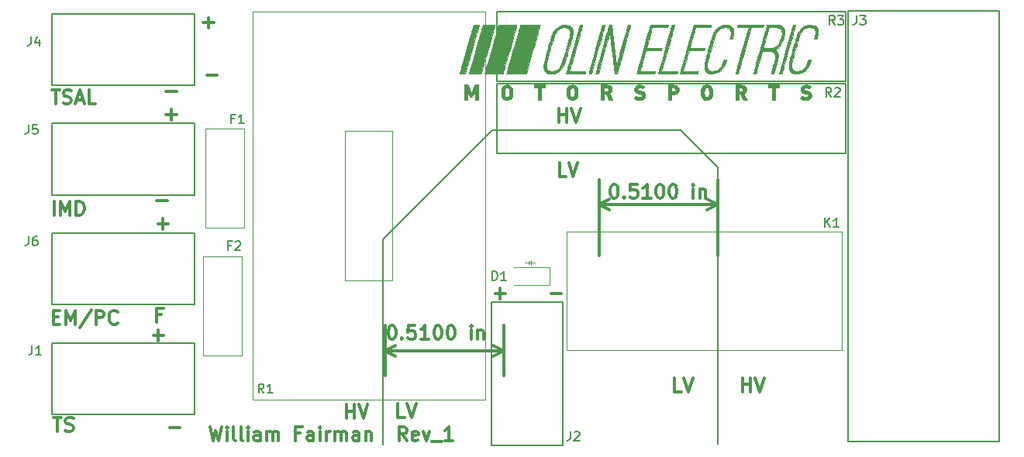
<source format=gbr>
G04 #@! TF.FileFunction,Legend,Top*
%FSLAX46Y46*%
G04 Gerber Fmt 4.6, Leading zero omitted, Abs format (unit mm)*
G04 Created by KiCad (PCBNEW 4.0.7-e2-6376~58~ubuntu16.04.1) date Mon Feb  5 21:35:03 2018*
%MOMM*%
%LPD*%
G01*
G04 APERTURE LIST*
%ADD10C,0.100000*%
%ADD11C,0.300000*%
%ADD12C,0.200000*%
%ADD13C,0.150000*%
%ADD14C,0.120000*%
%ADD15C,0.010000*%
G04 APERTURE END LIST*
D10*
D11*
X131251144Y-63821571D02*
X131394001Y-63821571D01*
X131536858Y-63893000D01*
X131608287Y-63964429D01*
X131679716Y-64107286D01*
X131751144Y-64393000D01*
X131751144Y-64750143D01*
X131679716Y-65035857D01*
X131608287Y-65178714D01*
X131536858Y-65250143D01*
X131394001Y-65321571D01*
X131251144Y-65321571D01*
X131108287Y-65250143D01*
X131036858Y-65178714D01*
X130965430Y-65035857D01*
X130894001Y-64750143D01*
X130894001Y-64393000D01*
X130965430Y-64107286D01*
X131036858Y-63964429D01*
X131108287Y-63893000D01*
X131251144Y-63821571D01*
X132394001Y-65178714D02*
X132465429Y-65250143D01*
X132394001Y-65321571D01*
X132322572Y-65250143D01*
X132394001Y-65178714D01*
X132394001Y-65321571D01*
X133822573Y-63821571D02*
X133108287Y-63821571D01*
X133036858Y-64535857D01*
X133108287Y-64464429D01*
X133251144Y-64393000D01*
X133608287Y-64393000D01*
X133751144Y-64464429D01*
X133822573Y-64535857D01*
X133894001Y-64678714D01*
X133894001Y-65035857D01*
X133822573Y-65178714D01*
X133751144Y-65250143D01*
X133608287Y-65321571D01*
X133251144Y-65321571D01*
X133108287Y-65250143D01*
X133036858Y-65178714D01*
X135322572Y-65321571D02*
X134465429Y-65321571D01*
X134894001Y-65321571D02*
X134894001Y-63821571D01*
X134751144Y-64035857D01*
X134608286Y-64178714D01*
X134465429Y-64250143D01*
X136251143Y-63821571D02*
X136394000Y-63821571D01*
X136536857Y-63893000D01*
X136608286Y-63964429D01*
X136679715Y-64107286D01*
X136751143Y-64393000D01*
X136751143Y-64750143D01*
X136679715Y-65035857D01*
X136608286Y-65178714D01*
X136536857Y-65250143D01*
X136394000Y-65321571D01*
X136251143Y-65321571D01*
X136108286Y-65250143D01*
X136036857Y-65178714D01*
X135965429Y-65035857D01*
X135894000Y-64750143D01*
X135894000Y-64393000D01*
X135965429Y-64107286D01*
X136036857Y-63964429D01*
X136108286Y-63893000D01*
X136251143Y-63821571D01*
X137679714Y-63821571D02*
X137822571Y-63821571D01*
X137965428Y-63893000D01*
X138036857Y-63964429D01*
X138108286Y-64107286D01*
X138179714Y-64393000D01*
X138179714Y-64750143D01*
X138108286Y-65035857D01*
X138036857Y-65178714D01*
X137965428Y-65250143D01*
X137822571Y-65321571D01*
X137679714Y-65321571D01*
X137536857Y-65250143D01*
X137465428Y-65178714D01*
X137394000Y-65035857D01*
X137322571Y-64750143D01*
X137322571Y-64393000D01*
X137394000Y-64107286D01*
X137465428Y-63964429D01*
X137536857Y-63893000D01*
X137679714Y-63821571D01*
X139965428Y-65321571D02*
X139965428Y-64321571D01*
X139965428Y-63821571D02*
X139893999Y-63893000D01*
X139965428Y-63964429D01*
X140036856Y-63893000D01*
X139965428Y-63821571D01*
X139965428Y-63964429D01*
X140679714Y-64321571D02*
X140679714Y-65321571D01*
X140679714Y-64464429D02*
X140751142Y-64393000D01*
X140894000Y-64321571D01*
X141108285Y-64321571D01*
X141251142Y-64393000D01*
X141322571Y-64535857D01*
X141322571Y-65321571D01*
X143510000Y-66548000D02*
X130556000Y-66548000D01*
X143510000Y-63754000D02*
X143510000Y-69248000D01*
X130556000Y-63754000D02*
X130556000Y-69248000D01*
X130556000Y-66548000D02*
X131682504Y-65961579D01*
X130556000Y-66548000D02*
X131682504Y-67134421D01*
X143510000Y-66548000D02*
X142383496Y-65961579D01*
X143510000Y-66548000D02*
X142383496Y-67134421D01*
X126309572Y-73957571D02*
X126309572Y-72457571D01*
X126309572Y-73171857D02*
X127166715Y-73171857D01*
X127166715Y-73957571D02*
X127166715Y-72457571D01*
X127666715Y-72457571D02*
X128166715Y-73957571D01*
X128666715Y-72457571D01*
X149550572Y-41572571D02*
X149550572Y-40072571D01*
X149550572Y-40786857D02*
X150407715Y-40786857D01*
X150407715Y-41572571D02*
X150407715Y-40072571D01*
X150907715Y-40072571D02*
X151407715Y-41572571D01*
X151907715Y-40072571D01*
X132663429Y-73830571D02*
X131949143Y-73830571D01*
X131949143Y-72330571D01*
X132949143Y-72330571D02*
X133449143Y-73830571D01*
X133949143Y-72330571D01*
X150316429Y-47541571D02*
X149602143Y-47541571D01*
X149602143Y-46041571D01*
X150602143Y-46041571D02*
X151102143Y-47541571D01*
X151602143Y-46041571D01*
X106743428Y-50184857D02*
X105600571Y-50184857D01*
D12*
X130302000Y-67818000D02*
X130302000Y-76835000D01*
X130302000Y-54356000D02*
X130302000Y-67818000D01*
X132588000Y-52070000D02*
X130302000Y-54356000D01*
D11*
X110680572Y-30714143D02*
X111823429Y-30714143D01*
X111252000Y-31285571D02*
X111252000Y-30142714D01*
X105727572Y-52685143D02*
X106870429Y-52685143D01*
X106299000Y-53256571D02*
X106299000Y-52113714D01*
X106132286Y-62630857D02*
X105632286Y-62630857D01*
X105632286Y-63416571D02*
X105632286Y-61916571D01*
X106346572Y-61916571D01*
X111428287Y-74870571D02*
X111785430Y-76370571D01*
X112071144Y-75299143D01*
X112356858Y-76370571D01*
X112714001Y-74870571D01*
X113285430Y-76370571D02*
X113285430Y-75370571D01*
X113285430Y-74870571D02*
X113214001Y-74942000D01*
X113285430Y-75013429D01*
X113356858Y-74942000D01*
X113285430Y-74870571D01*
X113285430Y-75013429D01*
X114214002Y-76370571D02*
X114071144Y-76299143D01*
X113999716Y-76156286D01*
X113999716Y-74870571D01*
X114999716Y-76370571D02*
X114856858Y-76299143D01*
X114785430Y-76156286D01*
X114785430Y-74870571D01*
X115571144Y-76370571D02*
X115571144Y-75370571D01*
X115571144Y-74870571D02*
X115499715Y-74942000D01*
X115571144Y-75013429D01*
X115642572Y-74942000D01*
X115571144Y-74870571D01*
X115571144Y-75013429D01*
X116928287Y-76370571D02*
X116928287Y-75584857D01*
X116856858Y-75442000D01*
X116714001Y-75370571D01*
X116428287Y-75370571D01*
X116285430Y-75442000D01*
X116928287Y-76299143D02*
X116785430Y-76370571D01*
X116428287Y-76370571D01*
X116285430Y-76299143D01*
X116214001Y-76156286D01*
X116214001Y-76013429D01*
X116285430Y-75870571D01*
X116428287Y-75799143D01*
X116785430Y-75799143D01*
X116928287Y-75727714D01*
X117642573Y-76370571D02*
X117642573Y-75370571D01*
X117642573Y-75513429D02*
X117714001Y-75442000D01*
X117856859Y-75370571D01*
X118071144Y-75370571D01*
X118214001Y-75442000D01*
X118285430Y-75584857D01*
X118285430Y-76370571D01*
X118285430Y-75584857D02*
X118356859Y-75442000D01*
X118499716Y-75370571D01*
X118714001Y-75370571D01*
X118856859Y-75442000D01*
X118928287Y-75584857D01*
X118928287Y-76370571D01*
X121285430Y-75584857D02*
X120785430Y-75584857D01*
X120785430Y-76370571D02*
X120785430Y-74870571D01*
X121499716Y-74870571D01*
X122714001Y-76370571D02*
X122714001Y-75584857D01*
X122642572Y-75442000D01*
X122499715Y-75370571D01*
X122214001Y-75370571D01*
X122071144Y-75442000D01*
X122714001Y-76299143D02*
X122571144Y-76370571D01*
X122214001Y-76370571D01*
X122071144Y-76299143D01*
X121999715Y-76156286D01*
X121999715Y-76013429D01*
X122071144Y-75870571D01*
X122214001Y-75799143D01*
X122571144Y-75799143D01*
X122714001Y-75727714D01*
X123428287Y-76370571D02*
X123428287Y-75370571D01*
X123428287Y-74870571D02*
X123356858Y-74942000D01*
X123428287Y-75013429D01*
X123499715Y-74942000D01*
X123428287Y-74870571D01*
X123428287Y-75013429D01*
X124142573Y-76370571D02*
X124142573Y-75370571D01*
X124142573Y-75656286D02*
X124214001Y-75513429D01*
X124285430Y-75442000D01*
X124428287Y-75370571D01*
X124571144Y-75370571D01*
X125071144Y-76370571D02*
X125071144Y-75370571D01*
X125071144Y-75513429D02*
X125142572Y-75442000D01*
X125285430Y-75370571D01*
X125499715Y-75370571D01*
X125642572Y-75442000D01*
X125714001Y-75584857D01*
X125714001Y-76370571D01*
X125714001Y-75584857D02*
X125785430Y-75442000D01*
X125928287Y-75370571D01*
X126142572Y-75370571D01*
X126285430Y-75442000D01*
X126356858Y-75584857D01*
X126356858Y-76370571D01*
X127714001Y-76370571D02*
X127714001Y-75584857D01*
X127642572Y-75442000D01*
X127499715Y-75370571D01*
X127214001Y-75370571D01*
X127071144Y-75442000D01*
X127714001Y-76299143D02*
X127571144Y-76370571D01*
X127214001Y-76370571D01*
X127071144Y-76299143D01*
X126999715Y-76156286D01*
X126999715Y-76013429D01*
X127071144Y-75870571D01*
X127214001Y-75799143D01*
X127571144Y-75799143D01*
X127714001Y-75727714D01*
X128428287Y-75370571D02*
X128428287Y-76370571D01*
X128428287Y-75513429D02*
X128499715Y-75442000D01*
X128642573Y-75370571D01*
X128856858Y-75370571D01*
X128999715Y-75442000D01*
X129071144Y-75584857D01*
X129071144Y-76370571D01*
X132928287Y-76370571D02*
X132428287Y-75656286D01*
X132071144Y-76370571D02*
X132071144Y-74870571D01*
X132642572Y-74870571D01*
X132785430Y-74942000D01*
X132856858Y-75013429D01*
X132928287Y-75156286D01*
X132928287Y-75370571D01*
X132856858Y-75513429D01*
X132785430Y-75584857D01*
X132642572Y-75656286D01*
X132071144Y-75656286D01*
X134142572Y-76299143D02*
X133999715Y-76370571D01*
X133714001Y-76370571D01*
X133571144Y-76299143D01*
X133499715Y-76156286D01*
X133499715Y-75584857D01*
X133571144Y-75442000D01*
X133714001Y-75370571D01*
X133999715Y-75370571D01*
X134142572Y-75442000D01*
X134214001Y-75584857D01*
X134214001Y-75727714D01*
X133499715Y-75870571D01*
X134714001Y-75370571D02*
X135071144Y-76370571D01*
X135428286Y-75370571D01*
X135642572Y-76513429D02*
X136785429Y-76513429D01*
X137928286Y-76370571D02*
X137071143Y-76370571D01*
X137499715Y-76370571D02*
X137499715Y-74870571D01*
X137356858Y-75084857D01*
X137214000Y-75227714D01*
X137071143Y-75299143D01*
X142557572Y-60305143D02*
X143700429Y-60305143D01*
X143129000Y-60876571D02*
X143129000Y-59733714D01*
X148653572Y-60305143D02*
X149796429Y-60305143D01*
X112204428Y-36468857D02*
X111061571Y-36468857D01*
X107759428Y-38246857D02*
X106616571Y-38246857D01*
X106616572Y-40747143D02*
X107759429Y-40747143D01*
X107188000Y-41318571D02*
X107188000Y-40175714D01*
X105219572Y-64877143D02*
X106362429Y-64877143D01*
X105791000Y-65448571D02*
X105791000Y-64305714D01*
X108140428Y-74949857D02*
X106997571Y-74949857D01*
X94361143Y-73854571D02*
X95218286Y-73854571D01*
X94789715Y-75354571D02*
X94789715Y-73854571D01*
X95646857Y-75283143D02*
X95861143Y-75354571D01*
X96218286Y-75354571D01*
X96361143Y-75283143D01*
X96432572Y-75211714D01*
X96504000Y-75068857D01*
X96504000Y-74926000D01*
X96432572Y-74783143D01*
X96361143Y-74711714D01*
X96218286Y-74640286D01*
X95932572Y-74568857D01*
X95789714Y-74497429D01*
X95718286Y-74426000D01*
X95646857Y-74283143D01*
X95646857Y-74140286D01*
X95718286Y-73997429D01*
X95789714Y-73926000D01*
X95932572Y-73854571D01*
X96289714Y-73854571D01*
X96504000Y-73926000D01*
X94325714Y-62884857D02*
X94825714Y-62884857D01*
X95040000Y-63670571D02*
X94325714Y-63670571D01*
X94325714Y-62170571D01*
X95040000Y-62170571D01*
X95682857Y-63670571D02*
X95682857Y-62170571D01*
X96182857Y-63242000D01*
X96682857Y-62170571D01*
X96682857Y-63670571D01*
X98468571Y-62099143D02*
X97182857Y-64027714D01*
X98968572Y-63670571D02*
X98968572Y-62170571D01*
X99540000Y-62170571D01*
X99682858Y-62242000D01*
X99754286Y-62313429D01*
X99825715Y-62456286D01*
X99825715Y-62670571D01*
X99754286Y-62813429D01*
X99682858Y-62884857D01*
X99540000Y-62956286D01*
X98968572Y-62956286D01*
X101325715Y-63527714D02*
X101254286Y-63599143D01*
X101040000Y-63670571D01*
X100897143Y-63670571D01*
X100682858Y-63599143D01*
X100540000Y-63456286D01*
X100468572Y-63313429D01*
X100397143Y-63027714D01*
X100397143Y-62813429D01*
X100468572Y-62527714D01*
X100540000Y-62384857D01*
X100682858Y-62242000D01*
X100897143Y-62170571D01*
X101040000Y-62170571D01*
X101254286Y-62242000D01*
X101325715Y-62313429D01*
X94404857Y-51732571D02*
X94404857Y-50232571D01*
X95119143Y-51732571D02*
X95119143Y-50232571D01*
X95619143Y-51304000D01*
X96119143Y-50232571D01*
X96119143Y-51732571D01*
X96833429Y-51732571D02*
X96833429Y-50232571D01*
X97190572Y-50232571D01*
X97404857Y-50304000D01*
X97547715Y-50446857D01*
X97619143Y-50589714D01*
X97690572Y-50875429D01*
X97690572Y-51089714D01*
X97619143Y-51375429D01*
X97547715Y-51518286D01*
X97404857Y-51661143D01*
X97190572Y-51732571D01*
X96833429Y-51732571D01*
X94127143Y-38040571D02*
X94984286Y-38040571D01*
X94555715Y-39540571D02*
X94555715Y-38040571D01*
X95412857Y-39469143D02*
X95627143Y-39540571D01*
X95984286Y-39540571D01*
X96127143Y-39469143D01*
X96198572Y-39397714D01*
X96270000Y-39254857D01*
X96270000Y-39112000D01*
X96198572Y-38969143D01*
X96127143Y-38897714D01*
X95984286Y-38826286D01*
X95698572Y-38754857D01*
X95555714Y-38683429D01*
X95484286Y-38612000D01*
X95412857Y-38469143D01*
X95412857Y-38326286D01*
X95484286Y-38183429D01*
X95555714Y-38112000D01*
X95698572Y-38040571D01*
X96055714Y-38040571D01*
X96270000Y-38112000D01*
X96841428Y-39112000D02*
X97555714Y-39112000D01*
X96698571Y-39540571D02*
X97198571Y-38040571D01*
X97698571Y-39540571D01*
X98912857Y-39540571D02*
X98198571Y-39540571D01*
X98198571Y-38040571D01*
X169616572Y-71036571D02*
X169616572Y-69536571D01*
X169616572Y-70250857D02*
X170473715Y-70250857D01*
X170473715Y-71036571D02*
X170473715Y-69536571D01*
X170973715Y-69536571D02*
X171473715Y-71036571D01*
X171973715Y-69536571D01*
X162889429Y-71036571D02*
X162175143Y-71036571D01*
X162175143Y-69536571D01*
X163175143Y-69536571D02*
X163675143Y-71036571D01*
X164175143Y-69536571D01*
X155508144Y-48374571D02*
X155651001Y-48374571D01*
X155793858Y-48446000D01*
X155865287Y-48517429D01*
X155936716Y-48660286D01*
X156008144Y-48946000D01*
X156008144Y-49303143D01*
X155936716Y-49588857D01*
X155865287Y-49731714D01*
X155793858Y-49803143D01*
X155651001Y-49874571D01*
X155508144Y-49874571D01*
X155365287Y-49803143D01*
X155293858Y-49731714D01*
X155222430Y-49588857D01*
X155151001Y-49303143D01*
X155151001Y-48946000D01*
X155222430Y-48660286D01*
X155293858Y-48517429D01*
X155365287Y-48446000D01*
X155508144Y-48374571D01*
X156651001Y-49731714D02*
X156722429Y-49803143D01*
X156651001Y-49874571D01*
X156579572Y-49803143D01*
X156651001Y-49731714D01*
X156651001Y-49874571D01*
X158079573Y-48374571D02*
X157365287Y-48374571D01*
X157293858Y-49088857D01*
X157365287Y-49017429D01*
X157508144Y-48946000D01*
X157865287Y-48946000D01*
X158008144Y-49017429D01*
X158079573Y-49088857D01*
X158151001Y-49231714D01*
X158151001Y-49588857D01*
X158079573Y-49731714D01*
X158008144Y-49803143D01*
X157865287Y-49874571D01*
X157508144Y-49874571D01*
X157365287Y-49803143D01*
X157293858Y-49731714D01*
X159579572Y-49874571D02*
X158722429Y-49874571D01*
X159151001Y-49874571D02*
X159151001Y-48374571D01*
X159008144Y-48588857D01*
X158865286Y-48731714D01*
X158722429Y-48803143D01*
X160508143Y-48374571D02*
X160651000Y-48374571D01*
X160793857Y-48446000D01*
X160865286Y-48517429D01*
X160936715Y-48660286D01*
X161008143Y-48946000D01*
X161008143Y-49303143D01*
X160936715Y-49588857D01*
X160865286Y-49731714D01*
X160793857Y-49803143D01*
X160651000Y-49874571D01*
X160508143Y-49874571D01*
X160365286Y-49803143D01*
X160293857Y-49731714D01*
X160222429Y-49588857D01*
X160151000Y-49303143D01*
X160151000Y-48946000D01*
X160222429Y-48660286D01*
X160293857Y-48517429D01*
X160365286Y-48446000D01*
X160508143Y-48374571D01*
X161936714Y-48374571D02*
X162079571Y-48374571D01*
X162222428Y-48446000D01*
X162293857Y-48517429D01*
X162365286Y-48660286D01*
X162436714Y-48946000D01*
X162436714Y-49303143D01*
X162365286Y-49588857D01*
X162293857Y-49731714D01*
X162222428Y-49803143D01*
X162079571Y-49874571D01*
X161936714Y-49874571D01*
X161793857Y-49803143D01*
X161722428Y-49731714D01*
X161651000Y-49588857D01*
X161579571Y-49303143D01*
X161579571Y-48946000D01*
X161651000Y-48660286D01*
X161722428Y-48517429D01*
X161793857Y-48446000D01*
X161936714Y-48374571D01*
X164222428Y-49874571D02*
X164222428Y-48874571D01*
X164222428Y-48374571D02*
X164150999Y-48446000D01*
X164222428Y-48517429D01*
X164293856Y-48446000D01*
X164222428Y-48374571D01*
X164222428Y-48517429D01*
X164936714Y-48874571D02*
X164936714Y-49874571D01*
X164936714Y-49017429D02*
X165008142Y-48946000D01*
X165151000Y-48874571D01*
X165365285Y-48874571D01*
X165508142Y-48946000D01*
X165579571Y-49088857D01*
X165579571Y-49874571D01*
X153924000Y-50546000D02*
X166878000Y-50546000D01*
X153924000Y-56134000D02*
X153924000Y-47846000D01*
X166878000Y-56134000D02*
X166878000Y-47846000D01*
X166878000Y-50546000D02*
X165751496Y-51132421D01*
X166878000Y-50546000D02*
X165751496Y-49959579D01*
X153924000Y-50546000D02*
X155050504Y-51132421D01*
X153924000Y-50546000D02*
X155050504Y-49959579D01*
D12*
X166878000Y-46482000D02*
X166878000Y-76708000D01*
X162814000Y-42418000D02*
X166878000Y-46482000D01*
X142240000Y-42418000D02*
X162814000Y-42418000D01*
X141986000Y-42672000D02*
X142240000Y-42418000D01*
X132588000Y-52070000D02*
X141986000Y-42672000D01*
D13*
X181114700Y-76466700D02*
X197624700Y-76466700D01*
X197616000Y-29451300D02*
X181116000Y-29451300D01*
X197624700Y-76460000D02*
X197624700Y-29460000D01*
X181102000Y-76460000D02*
X181102000Y-29460000D01*
D14*
X150408000Y-53554000D02*
X180408000Y-53554000D01*
X180408000Y-53554000D02*
X180408000Y-66454000D01*
X150408000Y-66454000D02*
X180408000Y-66454000D01*
X150408000Y-53554000D02*
X150408000Y-66454000D01*
D10*
X146204000Y-56920000D02*
X145804000Y-56920000D01*
X146504000Y-56920000D02*
X146204000Y-57120000D01*
X146204000Y-57120000D02*
X146204000Y-56720000D01*
X146204000Y-56720000D02*
X146504000Y-56920000D01*
X146904000Y-56920000D02*
X146504000Y-56920000D01*
X146504000Y-56920000D02*
X146504000Y-57170000D01*
X146504000Y-57170000D02*
X146504000Y-56670000D01*
D14*
X148504000Y-59420000D02*
X148504000Y-57420000D01*
X148504000Y-57420000D02*
X144654000Y-57420000D01*
X148504000Y-59420000D02*
X144654000Y-59420000D01*
X115150000Y-42242000D02*
X115150000Y-53142000D01*
X115150000Y-42242000D02*
X110910000Y-42242000D01*
X110910000Y-53142000D02*
X115150000Y-53142000D01*
X110910000Y-53142000D02*
X110910000Y-42242000D01*
X114896000Y-56212000D02*
X114896000Y-67112000D01*
X114896000Y-56212000D02*
X110656000Y-56212000D01*
X110656000Y-67112000D02*
X114896000Y-67112000D01*
X110656000Y-67112000D02*
X110656000Y-56212000D01*
D13*
X142748000Y-37338000D02*
X180848000Y-37338000D01*
X180848000Y-44958000D02*
X142748000Y-44958000D01*
X180848000Y-44958000D02*
X180848000Y-37458000D01*
X142748000Y-44958000D02*
X142748000Y-37458000D01*
X142748000Y-29464000D02*
X180848000Y-29464000D01*
X180848000Y-37084000D02*
X142748000Y-37084000D01*
X180848000Y-37084000D02*
X180848000Y-29584000D01*
X142748000Y-37084000D02*
X142748000Y-29584000D01*
D14*
X126178000Y-58834000D02*
X126178000Y-42534000D01*
X116078000Y-71884000D02*
X116078000Y-29484000D01*
X126178000Y-58834000D02*
X131378000Y-58834000D01*
X126178000Y-42534000D02*
X131378000Y-42534000D01*
X131378000Y-58834000D02*
X131378000Y-42534000D01*
X141478000Y-71884000D02*
X141478000Y-29484000D01*
X141478000Y-29484000D02*
X116078000Y-29484000D01*
X141478000Y-71884000D02*
X116078000Y-71884000D01*
D15*
G36*
X143972944Y-37497555D02*
X144111057Y-37529693D01*
X144229133Y-37596457D01*
X144318319Y-37678981D01*
X144379911Y-37758125D01*
X144424398Y-37847727D01*
X144453549Y-37956260D01*
X144469137Y-38092195D01*
X144472931Y-38264004D01*
X144469754Y-38403486D01*
X144457375Y-38599255D01*
X144433214Y-38752772D01*
X144393726Y-38871915D01*
X144335367Y-38964561D01*
X144254590Y-39038587D01*
X144157700Y-39096877D01*
X144060576Y-39130725D01*
X143936576Y-39152438D01*
X143807135Y-39160093D01*
X143693687Y-39151766D01*
X143653094Y-39142143D01*
X143510502Y-39070998D01*
X143390740Y-38960694D01*
X143317601Y-38847694D01*
X143293484Y-38796477D01*
X143276294Y-38750571D01*
X143265067Y-38700500D01*
X143258836Y-38636784D01*
X143256638Y-38549948D01*
X143257507Y-38430514D01*
X143260182Y-38283871D01*
X143260316Y-38277681D01*
X143586978Y-38277681D01*
X143590824Y-38405568D01*
X143599763Y-38528673D01*
X143612987Y-38633797D01*
X143629686Y-38707740D01*
X143638748Y-38728361D01*
X143689703Y-38781247D01*
X143763673Y-38829255D01*
X143837162Y-38858288D01*
X143860511Y-38861421D01*
X143904862Y-38850811D01*
X143966234Y-38824394D01*
X143968031Y-38823470D01*
X144026143Y-38786133D01*
X144067880Y-38738102D01*
X144095437Y-38671354D01*
X144111011Y-38577867D01*
X144116798Y-38449618D01*
X144115172Y-38285896D01*
X144106900Y-37943305D01*
X144023949Y-37869252D01*
X143926465Y-37809293D01*
X143828449Y-37795789D01*
X143737958Y-37825125D01*
X143663049Y-37893690D01*
X143611783Y-37997868D01*
X143597804Y-38060354D01*
X143589035Y-38158210D01*
X143586978Y-38277681D01*
X143260316Y-38277681D01*
X143263595Y-38126384D01*
X143267512Y-38010726D01*
X143273248Y-37927928D01*
X143282123Y-37869027D01*
X143295452Y-37825056D01*
X143314554Y-37787049D01*
X143338766Y-37749026D01*
X143437063Y-37630722D01*
X143553110Y-37552271D01*
X143696904Y-37508222D01*
X143803083Y-37495881D01*
X143972944Y-37497555D01*
X143972944Y-37497555D01*
G37*
X143972944Y-37497555D02*
X144111057Y-37529693D01*
X144229133Y-37596457D01*
X144318319Y-37678981D01*
X144379911Y-37758125D01*
X144424398Y-37847727D01*
X144453549Y-37956260D01*
X144469137Y-38092195D01*
X144472931Y-38264004D01*
X144469754Y-38403486D01*
X144457375Y-38599255D01*
X144433214Y-38752772D01*
X144393726Y-38871915D01*
X144335367Y-38964561D01*
X144254590Y-39038587D01*
X144157700Y-39096877D01*
X144060576Y-39130725D01*
X143936576Y-39152438D01*
X143807135Y-39160093D01*
X143693687Y-39151766D01*
X143653094Y-39142143D01*
X143510502Y-39070998D01*
X143390740Y-38960694D01*
X143317601Y-38847694D01*
X143293484Y-38796477D01*
X143276294Y-38750571D01*
X143265067Y-38700500D01*
X143258836Y-38636784D01*
X143256638Y-38549948D01*
X143257507Y-38430514D01*
X143260182Y-38283871D01*
X143260316Y-38277681D01*
X143586978Y-38277681D01*
X143590824Y-38405568D01*
X143599763Y-38528673D01*
X143612987Y-38633797D01*
X143629686Y-38707740D01*
X143638748Y-38728361D01*
X143689703Y-38781247D01*
X143763673Y-38829255D01*
X143837162Y-38858288D01*
X143860511Y-38861421D01*
X143904862Y-38850811D01*
X143966234Y-38824394D01*
X143968031Y-38823470D01*
X144026143Y-38786133D01*
X144067880Y-38738102D01*
X144095437Y-38671354D01*
X144111011Y-38577867D01*
X144116798Y-38449618D01*
X144115172Y-38285896D01*
X144106900Y-37943305D01*
X144023949Y-37869252D01*
X143926465Y-37809293D01*
X143828449Y-37795789D01*
X143737958Y-37825125D01*
X143663049Y-37893690D01*
X143611783Y-37997868D01*
X143597804Y-38060354D01*
X143589035Y-38158210D01*
X143586978Y-38277681D01*
X143260316Y-38277681D01*
X143263595Y-38126384D01*
X143267512Y-38010726D01*
X143273248Y-37927928D01*
X143282123Y-37869027D01*
X143295452Y-37825056D01*
X143314554Y-37787049D01*
X143338766Y-37749026D01*
X143437063Y-37630722D01*
X143553110Y-37552271D01*
X143696904Y-37508222D01*
X143803083Y-37495881D01*
X143972944Y-37497555D01*
G36*
X151171821Y-37507073D02*
X151316487Y-37563184D01*
X151441643Y-37654603D01*
X151523307Y-37756149D01*
X151553063Y-37806116D01*
X151574143Y-37850752D01*
X151588301Y-37900327D01*
X151597293Y-37965111D01*
X151602872Y-38055375D01*
X151606795Y-38181388D01*
X151608545Y-38254980D01*
X151610248Y-38453864D01*
X151603735Y-38610514D01*
X151586979Y-38733118D01*
X151557954Y-38829864D01*
X151514632Y-38908939D01*
X151454986Y-38978530D01*
X151421779Y-39009376D01*
X151275688Y-39105423D01*
X151109272Y-39156050D01*
X150926456Y-39160472D01*
X150789869Y-39135404D01*
X150687901Y-39088109D01*
X150584747Y-39006996D01*
X150494841Y-38906585D01*
X150432615Y-38801398D01*
X150418972Y-38762237D01*
X150406008Y-38680022D01*
X150398230Y-38553892D01*
X150395925Y-38390496D01*
X150396140Y-38373881D01*
X150738311Y-38373881D01*
X150740429Y-38503899D01*
X150745729Y-38594178D01*
X150755864Y-38655753D01*
X150772485Y-38699663D01*
X150791560Y-38729481D01*
X150878288Y-38813510D01*
X150974398Y-38850709D01*
X151072608Y-38840463D01*
X151165637Y-38782156D01*
X151184770Y-38762724D01*
X151222387Y-38712707D01*
X151246603Y-38653067D01*
X151262469Y-38568066D01*
X151270280Y-38496224D01*
X151277994Y-38330269D01*
X151271410Y-38169084D01*
X151251771Y-38028585D01*
X151226827Y-37940052D01*
X151174765Y-37868293D01*
X151092227Y-37815852D01*
X150999090Y-37795296D01*
X150997911Y-37795294D01*
X150936961Y-37808452D01*
X150865829Y-37840451D01*
X150858328Y-37844883D01*
X150812725Y-37880395D01*
X150779761Y-37928142D01*
X150757647Y-37996010D01*
X150744595Y-38091884D01*
X150738815Y-38223649D01*
X150738311Y-38373881D01*
X150396140Y-38373881D01*
X150397555Y-38264859D01*
X150401192Y-38116704D01*
X150405592Y-38009290D01*
X150412439Y-37932564D01*
X150423413Y-37876475D01*
X150440199Y-37830973D01*
X150464477Y-37786004D01*
X150482692Y-37756145D01*
X150584827Y-37635714D01*
X150714147Y-37550591D01*
X150861312Y-37500777D01*
X151016983Y-37486271D01*
X151171821Y-37507073D01*
X151171821Y-37507073D01*
G37*
X151171821Y-37507073D02*
X151316487Y-37563184D01*
X151441643Y-37654603D01*
X151523307Y-37756149D01*
X151553063Y-37806116D01*
X151574143Y-37850752D01*
X151588301Y-37900327D01*
X151597293Y-37965111D01*
X151602872Y-38055375D01*
X151606795Y-38181388D01*
X151608545Y-38254980D01*
X151610248Y-38453864D01*
X151603735Y-38610514D01*
X151586979Y-38733118D01*
X151557954Y-38829864D01*
X151514632Y-38908939D01*
X151454986Y-38978530D01*
X151421779Y-39009376D01*
X151275688Y-39105423D01*
X151109272Y-39156050D01*
X150926456Y-39160472D01*
X150789869Y-39135404D01*
X150687901Y-39088109D01*
X150584747Y-39006996D01*
X150494841Y-38906585D01*
X150432615Y-38801398D01*
X150418972Y-38762237D01*
X150406008Y-38680022D01*
X150398230Y-38553892D01*
X150395925Y-38390496D01*
X150396140Y-38373881D01*
X150738311Y-38373881D01*
X150740429Y-38503899D01*
X150745729Y-38594178D01*
X150755864Y-38655753D01*
X150772485Y-38699663D01*
X150791560Y-38729481D01*
X150878288Y-38813510D01*
X150974398Y-38850709D01*
X151072608Y-38840463D01*
X151165637Y-38782156D01*
X151184770Y-38762724D01*
X151222387Y-38712707D01*
X151246603Y-38653067D01*
X151262469Y-38568066D01*
X151270280Y-38496224D01*
X151277994Y-38330269D01*
X151271410Y-38169084D01*
X151251771Y-38028585D01*
X151226827Y-37940052D01*
X151174765Y-37868293D01*
X151092227Y-37815852D01*
X150999090Y-37795296D01*
X150997911Y-37795294D01*
X150936961Y-37808452D01*
X150865829Y-37840451D01*
X150858328Y-37844883D01*
X150812725Y-37880395D01*
X150779761Y-37928142D01*
X150757647Y-37996010D01*
X150744595Y-38091884D01*
X150738815Y-38223649D01*
X150738311Y-38373881D01*
X150396140Y-38373881D01*
X150397555Y-38264859D01*
X150401192Y-38116704D01*
X150405592Y-38009290D01*
X150412439Y-37932564D01*
X150423413Y-37876475D01*
X150440199Y-37830973D01*
X150464477Y-37786004D01*
X150482692Y-37756145D01*
X150584827Y-37635714D01*
X150714147Y-37550591D01*
X150861312Y-37500777D01*
X151016983Y-37486271D01*
X151171821Y-37507073D01*
G36*
X158544534Y-37503836D02*
X158690327Y-37539750D01*
X158807703Y-37595216D01*
X158875060Y-37653024D01*
X158891824Y-37681804D01*
X158885450Y-37712198D01*
X158850433Y-37756376D01*
X158809068Y-37798883D01*
X158706917Y-37901035D01*
X158608185Y-37848117D01*
X158495234Y-37806167D01*
X158376838Y-37792743D01*
X158268401Y-37807510D01*
X158185326Y-37850129D01*
X158177345Y-37857545D01*
X158125497Y-37928302D01*
X158119832Y-37997579D01*
X158139694Y-38047881D01*
X158161782Y-38079172D01*
X158195870Y-38103065D01*
X158251853Y-38123265D01*
X158339627Y-38143475D01*
X158449983Y-38164026D01*
X158619602Y-38202885D01*
X158745776Y-38254254D01*
X158835339Y-38323382D01*
X158895126Y-38415518D01*
X158931562Y-38533920D01*
X158942672Y-38698603D01*
X158906939Y-38846467D01*
X158826490Y-38973026D01*
X158703453Y-39073794D01*
X158665480Y-39094844D01*
X158563801Y-39129626D01*
X158430779Y-39151642D01*
X158284512Y-39159799D01*
X158143097Y-39153003D01*
X158034242Y-39133002D01*
X157947408Y-39099884D01*
X157861531Y-39053306D01*
X157789338Y-39001901D01*
X157743561Y-38954303D01*
X157734000Y-38929362D01*
X157750999Y-38895140D01*
X157794696Y-38840979D01*
X157833721Y-38800333D01*
X157933443Y-38702958D01*
X157999116Y-38754616D01*
X158109908Y-38814910D01*
X158241738Y-38846301D01*
X158377191Y-38847476D01*
X158498854Y-38817121D01*
X158540450Y-38795421D01*
X158582990Y-38741867D01*
X158598403Y-38665996D01*
X158585198Y-38589345D01*
X158557685Y-38546314D01*
X158524447Y-38514818D01*
X158513235Y-38506365D01*
X158452174Y-38499665D01*
X158359504Y-38482666D01*
X158251271Y-38459098D01*
X158143521Y-38432694D01*
X158052300Y-38407186D01*
X157993654Y-38386307D01*
X157990552Y-38384797D01*
X157895046Y-38309755D01*
X157828918Y-38203546D01*
X157793420Y-38077309D01*
X157789803Y-37942181D01*
X157819321Y-37809299D01*
X157883224Y-37689801D01*
X157908906Y-37658647D01*
X158008453Y-37574172D01*
X158129634Y-37520676D01*
X158281833Y-37494834D01*
X158381700Y-37491205D01*
X158544534Y-37503836D01*
X158544534Y-37503836D01*
G37*
X158544534Y-37503836D02*
X158690327Y-37539750D01*
X158807703Y-37595216D01*
X158875060Y-37653024D01*
X158891824Y-37681804D01*
X158885450Y-37712198D01*
X158850433Y-37756376D01*
X158809068Y-37798883D01*
X158706917Y-37901035D01*
X158608185Y-37848117D01*
X158495234Y-37806167D01*
X158376838Y-37792743D01*
X158268401Y-37807510D01*
X158185326Y-37850129D01*
X158177345Y-37857545D01*
X158125497Y-37928302D01*
X158119832Y-37997579D01*
X158139694Y-38047881D01*
X158161782Y-38079172D01*
X158195870Y-38103065D01*
X158251853Y-38123265D01*
X158339627Y-38143475D01*
X158449983Y-38164026D01*
X158619602Y-38202885D01*
X158745776Y-38254254D01*
X158835339Y-38323382D01*
X158895126Y-38415518D01*
X158931562Y-38533920D01*
X158942672Y-38698603D01*
X158906939Y-38846467D01*
X158826490Y-38973026D01*
X158703453Y-39073794D01*
X158665480Y-39094844D01*
X158563801Y-39129626D01*
X158430779Y-39151642D01*
X158284512Y-39159799D01*
X158143097Y-39153003D01*
X158034242Y-39133002D01*
X157947408Y-39099884D01*
X157861531Y-39053306D01*
X157789338Y-39001901D01*
X157743561Y-38954303D01*
X157734000Y-38929362D01*
X157750999Y-38895140D01*
X157794696Y-38840979D01*
X157833721Y-38800333D01*
X157933443Y-38702958D01*
X157999116Y-38754616D01*
X158109908Y-38814910D01*
X158241738Y-38846301D01*
X158377191Y-38847476D01*
X158498854Y-38817121D01*
X158540450Y-38795421D01*
X158582990Y-38741867D01*
X158598403Y-38665996D01*
X158585198Y-38589345D01*
X158557685Y-38546314D01*
X158524447Y-38514818D01*
X158513235Y-38506365D01*
X158452174Y-38499665D01*
X158359504Y-38482666D01*
X158251271Y-38459098D01*
X158143521Y-38432694D01*
X158052300Y-38407186D01*
X157993654Y-38386307D01*
X157990552Y-38384797D01*
X157895046Y-38309755D01*
X157828918Y-38203546D01*
X157793420Y-38077309D01*
X157789803Y-37942181D01*
X157819321Y-37809299D01*
X157883224Y-37689801D01*
X157908906Y-37658647D01*
X158008453Y-37574172D01*
X158129634Y-37520676D01*
X158281833Y-37494834D01*
X158381700Y-37491205D01*
X158544534Y-37503836D01*
G36*
X165856668Y-37511018D02*
X166009524Y-37569651D01*
X166130374Y-37667600D01*
X166219526Y-37805051D01*
X166230924Y-37830852D01*
X166254499Y-37916229D01*
X166272625Y-38038361D01*
X166284589Y-38183422D01*
X166289678Y-38337588D01*
X166287180Y-38487034D01*
X166276382Y-38617937D01*
X166272787Y-38643094D01*
X166229786Y-38812304D01*
X166157498Y-38944459D01*
X166051355Y-39046886D01*
X166000368Y-39080023D01*
X165875675Y-39131049D01*
X165728375Y-39158151D01*
X165579602Y-39159332D01*
X165450490Y-39132594D01*
X165449198Y-39132115D01*
X165296006Y-39050286D01*
X165177336Y-38933713D01*
X165122168Y-38843640D01*
X165098957Y-38791922D01*
X165082689Y-38740868D01*
X165072131Y-38680126D01*
X165066053Y-38599346D01*
X165063224Y-38488176D01*
X165063003Y-38447830D01*
X165407293Y-38447830D01*
X165415100Y-38581837D01*
X165434143Y-38679912D01*
X165466419Y-38749231D01*
X165513925Y-38796967D01*
X165562599Y-38823732D01*
X165629138Y-38850825D01*
X165674690Y-38857961D01*
X165724426Y-38845269D01*
X165774829Y-38824814D01*
X165838128Y-38788039D01*
X165883585Y-38733720D01*
X165913688Y-38654298D01*
X165930927Y-38542216D01*
X165937788Y-38389916D01*
X165938200Y-38328600D01*
X165933984Y-38161995D01*
X165921602Y-38037668D01*
X165902783Y-37962803D01*
X165839341Y-37865048D01*
X165753799Y-37808848D01*
X165655677Y-37796417D01*
X165554495Y-37829966D01*
X165500450Y-37869300D01*
X165417500Y-37943400D01*
X165408727Y-38270718D01*
X165407293Y-38447830D01*
X165063003Y-38447830D01*
X165062418Y-38341300D01*
X165064194Y-38160495D01*
X165071458Y-38021057D01*
X165086280Y-37913665D01*
X165110728Y-37829001D01*
X165146872Y-37757745D01*
X165196780Y-37690579D01*
X165210420Y-37674734D01*
X165319364Y-37578317D01*
X165448309Y-37519091D01*
X165606651Y-37493321D01*
X165671500Y-37491515D01*
X165856668Y-37511018D01*
X165856668Y-37511018D01*
G37*
X165856668Y-37511018D02*
X166009524Y-37569651D01*
X166130374Y-37667600D01*
X166219526Y-37805051D01*
X166230924Y-37830852D01*
X166254499Y-37916229D01*
X166272625Y-38038361D01*
X166284589Y-38183422D01*
X166289678Y-38337588D01*
X166287180Y-38487034D01*
X166276382Y-38617937D01*
X166272787Y-38643094D01*
X166229786Y-38812304D01*
X166157498Y-38944459D01*
X166051355Y-39046886D01*
X166000368Y-39080023D01*
X165875675Y-39131049D01*
X165728375Y-39158151D01*
X165579602Y-39159332D01*
X165450490Y-39132594D01*
X165449198Y-39132115D01*
X165296006Y-39050286D01*
X165177336Y-38933713D01*
X165122168Y-38843640D01*
X165098957Y-38791922D01*
X165082689Y-38740868D01*
X165072131Y-38680126D01*
X165066053Y-38599346D01*
X165063224Y-38488176D01*
X165063003Y-38447830D01*
X165407293Y-38447830D01*
X165415100Y-38581837D01*
X165434143Y-38679912D01*
X165466419Y-38749231D01*
X165513925Y-38796967D01*
X165562599Y-38823732D01*
X165629138Y-38850825D01*
X165674690Y-38857961D01*
X165724426Y-38845269D01*
X165774829Y-38824814D01*
X165838128Y-38788039D01*
X165883585Y-38733720D01*
X165913688Y-38654298D01*
X165930927Y-38542216D01*
X165937788Y-38389916D01*
X165938200Y-38328600D01*
X165933984Y-38161995D01*
X165921602Y-38037668D01*
X165902783Y-37962803D01*
X165839341Y-37865048D01*
X165753799Y-37808848D01*
X165655677Y-37796417D01*
X165554495Y-37829966D01*
X165500450Y-37869300D01*
X165417500Y-37943400D01*
X165408727Y-38270718D01*
X165407293Y-38447830D01*
X165063003Y-38447830D01*
X165062418Y-38341300D01*
X165064194Y-38160495D01*
X165071458Y-38021057D01*
X165086280Y-37913665D01*
X165110728Y-37829001D01*
X165146872Y-37757745D01*
X165196780Y-37690579D01*
X165210420Y-37674734D01*
X165319364Y-37578317D01*
X165448309Y-37519091D01*
X165606651Y-37493321D01*
X165671500Y-37491515D01*
X165856668Y-37511018D01*
G36*
X176739553Y-37502792D02*
X176799872Y-37515561D01*
X176884526Y-37549205D01*
X176965145Y-37592408D01*
X177028486Y-37636795D01*
X177061307Y-37673994D01*
X177063226Y-37682095D01*
X177046433Y-37713587D01*
X177003201Y-37765509D01*
X176967110Y-37802714D01*
X176870820Y-37896738D01*
X176771239Y-37845969D01*
X176655142Y-37803830D01*
X176541581Y-37792154D01*
X176440117Y-37808416D01*
X176360312Y-37850090D01*
X176311727Y-37914651D01*
X176301400Y-37970052D01*
X176312857Y-38032913D01*
X176351624Y-38081105D01*
X176424290Y-38118654D01*
X176537448Y-38149584D01*
X176621603Y-38165627D01*
X176785829Y-38201651D01*
X176907419Y-38247998D01*
X176994230Y-38309420D01*
X177054119Y-38390669D01*
X177076672Y-38440864D01*
X177112477Y-38596246D01*
X177104293Y-38747973D01*
X177055364Y-38886946D01*
X176968934Y-39004062D01*
X176848245Y-39090219D01*
X176844636Y-39091986D01*
X176732811Y-39129400D01*
X176591730Y-39152923D01*
X176441435Y-39160932D01*
X176301966Y-39151804D01*
X176243855Y-39140635D01*
X176140739Y-39106691D01*
X176039370Y-39060072D01*
X175957408Y-39009731D01*
X175920942Y-38976953D01*
X175906443Y-38949482D01*
X175914889Y-38917839D01*
X175951770Y-38870920D01*
X175996604Y-38823895D01*
X176106424Y-38711997D01*
X176173959Y-38760086D01*
X176273767Y-38810637D01*
X176396284Y-38844353D01*
X176516625Y-38855557D01*
X176570508Y-38850523D01*
X176656083Y-38818901D01*
X176729005Y-38765051D01*
X176775104Y-38701435D01*
X176784000Y-38662768D01*
X176769748Y-38596067D01*
X176723194Y-38545088D01*
X176638643Y-38506267D01*
X176510396Y-38476039D01*
X176476436Y-38470298D01*
X176302414Y-38434307D01*
X176171823Y-38386782D01*
X176077762Y-38323072D01*
X176013329Y-38238525D01*
X175972121Y-38130372D01*
X175953120Y-37969890D01*
X175981099Y-37820027D01*
X176053418Y-37687991D01*
X176167434Y-37580994D01*
X176175341Y-37575661D01*
X176239442Y-37538765D01*
X176306214Y-37515774D01*
X176392700Y-37502353D01*
X176490656Y-37495426D01*
X176625731Y-37493769D01*
X176739553Y-37502792D01*
X176739553Y-37502792D01*
G37*
X176739553Y-37502792D02*
X176799872Y-37515561D01*
X176884526Y-37549205D01*
X176965145Y-37592408D01*
X177028486Y-37636795D01*
X177061307Y-37673994D01*
X177063226Y-37682095D01*
X177046433Y-37713587D01*
X177003201Y-37765509D01*
X176967110Y-37802714D01*
X176870820Y-37896738D01*
X176771239Y-37845969D01*
X176655142Y-37803830D01*
X176541581Y-37792154D01*
X176440117Y-37808416D01*
X176360312Y-37850090D01*
X176311727Y-37914651D01*
X176301400Y-37970052D01*
X176312857Y-38032913D01*
X176351624Y-38081105D01*
X176424290Y-38118654D01*
X176537448Y-38149584D01*
X176621603Y-38165627D01*
X176785829Y-38201651D01*
X176907419Y-38247998D01*
X176994230Y-38309420D01*
X177054119Y-38390669D01*
X177076672Y-38440864D01*
X177112477Y-38596246D01*
X177104293Y-38747973D01*
X177055364Y-38886946D01*
X176968934Y-39004062D01*
X176848245Y-39090219D01*
X176844636Y-39091986D01*
X176732811Y-39129400D01*
X176591730Y-39152923D01*
X176441435Y-39160932D01*
X176301966Y-39151804D01*
X176243855Y-39140635D01*
X176140739Y-39106691D01*
X176039370Y-39060072D01*
X175957408Y-39009731D01*
X175920942Y-38976953D01*
X175906443Y-38949482D01*
X175914889Y-38917839D01*
X175951770Y-38870920D01*
X175996604Y-38823895D01*
X176106424Y-38711997D01*
X176173959Y-38760086D01*
X176273767Y-38810637D01*
X176396284Y-38844353D01*
X176516625Y-38855557D01*
X176570508Y-38850523D01*
X176656083Y-38818901D01*
X176729005Y-38765051D01*
X176775104Y-38701435D01*
X176784000Y-38662768D01*
X176769748Y-38596067D01*
X176723194Y-38545088D01*
X176638643Y-38506267D01*
X176510396Y-38476039D01*
X176476436Y-38470298D01*
X176302414Y-38434307D01*
X176171823Y-38386782D01*
X176077762Y-38323072D01*
X176013329Y-38238525D01*
X175972121Y-38130372D01*
X175953120Y-37969890D01*
X175981099Y-37820027D01*
X176053418Y-37687991D01*
X176167434Y-37580994D01*
X176175341Y-37575661D01*
X176239442Y-37538765D01*
X176306214Y-37515774D01*
X176392700Y-37502353D01*
X176490656Y-37495426D01*
X176625731Y-37493769D01*
X176739553Y-37502792D01*
G36*
X139760246Y-37921475D02*
X139969468Y-38352550D01*
X140381700Y-37490400D01*
X140716000Y-37490400D01*
X140716000Y-39141400D01*
X140385800Y-39141400D01*
X140382848Y-38239700D01*
X140238794Y-38525450D01*
X140094739Y-38811200D01*
X139838660Y-38811200D01*
X139694605Y-38525450D01*
X139550551Y-38239700D01*
X139549075Y-38690550D01*
X139547600Y-39141400D01*
X139217400Y-39141400D01*
X139217400Y-37490400D01*
X139551023Y-37490400D01*
X139760246Y-37921475D01*
X139760246Y-37921475D01*
G37*
X139760246Y-37921475D02*
X139969468Y-38352550D01*
X140381700Y-37490400D01*
X140716000Y-37490400D01*
X140716000Y-39141400D01*
X140385800Y-39141400D01*
X140382848Y-38239700D01*
X140238794Y-38525450D01*
X140094739Y-38811200D01*
X139838660Y-38811200D01*
X139694605Y-38525450D01*
X139550551Y-38239700D01*
X139549075Y-38690550D01*
X139547600Y-39141400D01*
X139217400Y-39141400D01*
X139217400Y-37490400D01*
X139551023Y-37490400D01*
X139760246Y-37921475D01*
G36*
X148031200Y-37795200D02*
X147599400Y-37795200D01*
X147599400Y-39141400D01*
X147269200Y-39141400D01*
X147269200Y-37795200D01*
X146837400Y-37795200D01*
X146837400Y-37490400D01*
X148031200Y-37490400D01*
X148031200Y-37795200D01*
X148031200Y-37795200D01*
G37*
X148031200Y-37795200D02*
X147599400Y-37795200D01*
X147599400Y-39141400D01*
X147269200Y-39141400D01*
X147269200Y-37795200D01*
X146837400Y-37795200D01*
X146837400Y-37490400D01*
X148031200Y-37490400D01*
X148031200Y-37795200D01*
G36*
X154501850Y-37491005D02*
X154639226Y-37492860D01*
X154766666Y-37497503D01*
X154871297Y-37504268D01*
X154940247Y-37512492D01*
X154947653Y-37514025D01*
X155092018Y-37571459D01*
X155206981Y-37665374D01*
X155287860Y-37787870D01*
X155329978Y-37931050D01*
X155328653Y-38087014D01*
X155318070Y-38139211D01*
X155284409Y-38223980D01*
X155231243Y-38307948D01*
X155169199Y-38378252D01*
X155108903Y-38422023D01*
X155077727Y-38430200D01*
X155069911Y-38445792D01*
X155084185Y-38494563D01*
X155121791Y-38579508D01*
X155183968Y-38703620D01*
X155218273Y-38769215D01*
X155280612Y-38888374D01*
X155333498Y-38991456D01*
X155372793Y-39070236D01*
X155394358Y-39116489D01*
X155397200Y-39124815D01*
X155373826Y-39132580D01*
X155311790Y-39138399D01*
X155223224Y-39141263D01*
X155197680Y-39141400D01*
X154998161Y-39141400D01*
X154848430Y-38824185D01*
X154698700Y-38506971D01*
X154590750Y-38506685D01*
X154482800Y-38506400D01*
X154482800Y-39141400D01*
X154152600Y-39141400D01*
X154152600Y-38201600D01*
X154482800Y-38201600D01*
X154674454Y-38201600D01*
X154776417Y-38199701D01*
X154842399Y-38191591D01*
X154887153Y-38173649D01*
X154925431Y-38142253D01*
X154928454Y-38139254D01*
X154980686Y-38058405D01*
X154982732Y-37972611D01*
X154934548Y-37885074D01*
X154931935Y-37881999D01*
X154895566Y-37846156D01*
X154852885Y-37823902D01*
X154789583Y-37810677D01*
X154691352Y-37801920D01*
X154677935Y-37801042D01*
X154482800Y-37788519D01*
X154482800Y-38201600D01*
X154152600Y-38201600D01*
X154152600Y-37490400D01*
X154501850Y-37491005D01*
X154501850Y-37491005D01*
G37*
X154501850Y-37491005D02*
X154639226Y-37492860D01*
X154766666Y-37497503D01*
X154871297Y-37504268D01*
X154940247Y-37512492D01*
X154947653Y-37514025D01*
X155092018Y-37571459D01*
X155206981Y-37665374D01*
X155287860Y-37787870D01*
X155329978Y-37931050D01*
X155328653Y-38087014D01*
X155318070Y-38139211D01*
X155284409Y-38223980D01*
X155231243Y-38307948D01*
X155169199Y-38378252D01*
X155108903Y-38422023D01*
X155077727Y-38430200D01*
X155069911Y-38445792D01*
X155084185Y-38494563D01*
X155121791Y-38579508D01*
X155183968Y-38703620D01*
X155218273Y-38769215D01*
X155280612Y-38888374D01*
X155333498Y-38991456D01*
X155372793Y-39070236D01*
X155394358Y-39116489D01*
X155397200Y-39124815D01*
X155373826Y-39132580D01*
X155311790Y-39138399D01*
X155223224Y-39141263D01*
X155197680Y-39141400D01*
X154998161Y-39141400D01*
X154848430Y-38824185D01*
X154698700Y-38506971D01*
X154590750Y-38506685D01*
X154482800Y-38506400D01*
X154482800Y-39141400D01*
X154152600Y-39141400D01*
X154152600Y-38201600D01*
X154482800Y-38201600D01*
X154674454Y-38201600D01*
X154776417Y-38199701D01*
X154842399Y-38191591D01*
X154887153Y-38173649D01*
X154925431Y-38142253D01*
X154928454Y-38139254D01*
X154980686Y-38058405D01*
X154982732Y-37972611D01*
X154934548Y-37885074D01*
X154931935Y-37881999D01*
X154895566Y-37846156D01*
X154852885Y-37823902D01*
X154789583Y-37810677D01*
X154691352Y-37801920D01*
X154677935Y-37801042D01*
X154482800Y-37788519D01*
X154482800Y-38201600D01*
X154152600Y-38201600D01*
X154152600Y-37490400D01*
X154501850Y-37491005D01*
G36*
X161804350Y-37490541D02*
X161983079Y-37492570D01*
X162120749Y-37499597D01*
X162226992Y-37513274D01*
X162311437Y-37535252D01*
X162383716Y-37567181D01*
X162435987Y-37598820D01*
X162526288Y-37686927D01*
X162592496Y-37807582D01*
X162630679Y-37946705D01*
X162636904Y-38090216D01*
X162609184Y-38218996D01*
X162535487Y-38346815D01*
X162423615Y-38441168D01*
X162273545Y-38502065D01*
X162085251Y-38529521D01*
X162020250Y-38531242D01*
X161798000Y-38531800D01*
X161798000Y-39141400D01*
X161442400Y-39141400D01*
X161442400Y-37795200D01*
X161798000Y-37795200D01*
X161798000Y-38227000D01*
X161972374Y-38227000D01*
X162079566Y-38223014D01*
X162151827Y-38208887D01*
X162204557Y-38181364D01*
X162210820Y-38176601D01*
X162275945Y-38098316D01*
X162293504Y-38007399D01*
X162269210Y-37924734D01*
X162208367Y-37855675D01*
X162109333Y-37813062D01*
X161969102Y-37795735D01*
X161933909Y-37795200D01*
X161798000Y-37795200D01*
X161442400Y-37795200D01*
X161442400Y-37490400D01*
X161804350Y-37490541D01*
X161804350Y-37490541D01*
G37*
X161804350Y-37490541D02*
X161983079Y-37492570D01*
X162120749Y-37499597D01*
X162226992Y-37513274D01*
X162311437Y-37535252D01*
X162383716Y-37567181D01*
X162435987Y-37598820D01*
X162526288Y-37686927D01*
X162592496Y-37807582D01*
X162630679Y-37946705D01*
X162636904Y-38090216D01*
X162609184Y-38218996D01*
X162535487Y-38346815D01*
X162423615Y-38441168D01*
X162273545Y-38502065D01*
X162085251Y-38529521D01*
X162020250Y-38531242D01*
X161798000Y-38531800D01*
X161798000Y-39141400D01*
X161442400Y-39141400D01*
X161442400Y-37795200D01*
X161798000Y-37795200D01*
X161798000Y-38227000D01*
X161972374Y-38227000D01*
X162079566Y-38223014D01*
X162151827Y-38208887D01*
X162204557Y-38181364D01*
X162210820Y-38176601D01*
X162275945Y-38098316D01*
X162293504Y-38007399D01*
X162269210Y-37924734D01*
X162208367Y-37855675D01*
X162109333Y-37813062D01*
X161969102Y-37795735D01*
X161933909Y-37795200D01*
X161798000Y-37795200D01*
X161442400Y-37795200D01*
X161442400Y-37490400D01*
X161804350Y-37490541D01*
G36*
X169170350Y-37490541D02*
X169356229Y-37493020D01*
X169500509Y-37501403D01*
X169612212Y-37517355D01*
X169700363Y-37542542D01*
X169773983Y-37578629D01*
X169820814Y-37610595D01*
X169910339Y-37707756D01*
X169971389Y-37834705D01*
X170000420Y-37976970D01*
X169993890Y-38120078D01*
X169967553Y-38209951D01*
X169924836Y-38279702D01*
X169860215Y-38352516D01*
X169790702Y-38411102D01*
X169745979Y-38435173D01*
X169745698Y-38460638D01*
X169769283Y-38525607D01*
X169814887Y-38625776D01*
X169880661Y-38756839D01*
X169899659Y-38793202D01*
X170082835Y-39141400D01*
X169668512Y-39141400D01*
X169364758Y-38506400D01*
X169164000Y-38506400D01*
X169164000Y-39141400D01*
X168808400Y-39141400D01*
X168808400Y-37795200D01*
X169164000Y-37795200D01*
X169164000Y-38201600D01*
X169348150Y-38200792D01*
X169458084Y-38195497D01*
X169539874Y-38181919D01*
X169575751Y-38166972D01*
X169635392Y-38093574D01*
X169654848Y-38003896D01*
X169634585Y-37923526D01*
X169573214Y-37854778D01*
X169472566Y-37812445D01*
X169330217Y-37795597D01*
X169299909Y-37795200D01*
X169164000Y-37795200D01*
X168808400Y-37795200D01*
X168808400Y-37490400D01*
X169170350Y-37490541D01*
X169170350Y-37490541D01*
G37*
X169170350Y-37490541D02*
X169356229Y-37493020D01*
X169500509Y-37501403D01*
X169612212Y-37517355D01*
X169700363Y-37542542D01*
X169773983Y-37578629D01*
X169820814Y-37610595D01*
X169910339Y-37707756D01*
X169971389Y-37834705D01*
X170000420Y-37976970D01*
X169993890Y-38120078D01*
X169967553Y-38209951D01*
X169924836Y-38279702D01*
X169860215Y-38352516D01*
X169790702Y-38411102D01*
X169745979Y-38435173D01*
X169745698Y-38460638D01*
X169769283Y-38525607D01*
X169814887Y-38625776D01*
X169880661Y-38756839D01*
X169899659Y-38793202D01*
X170082835Y-39141400D01*
X169668512Y-39141400D01*
X169364758Y-38506400D01*
X169164000Y-38506400D01*
X169164000Y-39141400D01*
X168808400Y-39141400D01*
X168808400Y-37795200D01*
X169164000Y-37795200D01*
X169164000Y-38201600D01*
X169348150Y-38200792D01*
X169458084Y-38195497D01*
X169539874Y-38181919D01*
X169575751Y-38166972D01*
X169635392Y-38093574D01*
X169654848Y-38003896D01*
X169634585Y-37923526D01*
X169573214Y-37854778D01*
X169472566Y-37812445D01*
X169330217Y-37795597D01*
X169299909Y-37795200D01*
X169164000Y-37795200D01*
X168808400Y-37795200D01*
X168808400Y-37490400D01*
X169170350Y-37490541D01*
G36*
X173583600Y-37795200D02*
X173151800Y-37795200D01*
X173151800Y-39141400D01*
X172796200Y-39141400D01*
X172796200Y-37795200D01*
X172389800Y-37795200D01*
X172389800Y-37490400D01*
X173583600Y-37490400D01*
X173583600Y-37795200D01*
X173583600Y-37795200D01*
G37*
X173583600Y-37795200D02*
X173151800Y-37795200D01*
X173151800Y-39141400D01*
X172796200Y-39141400D01*
X172796200Y-37795200D01*
X172389800Y-37795200D01*
X172389800Y-37490400D01*
X173583600Y-37490400D01*
X173583600Y-37795200D01*
G36*
X140648810Y-30937507D02*
X140733960Y-30939499D01*
X140784681Y-30944780D01*
X140809158Y-30954956D01*
X140815576Y-30971632D01*
X140812520Y-30994349D01*
X140804154Y-31026091D01*
X140782703Y-31103408D01*
X140749093Y-31223045D01*
X140704249Y-31381748D01*
X140649097Y-31576263D01*
X140584564Y-31803334D01*
X140511574Y-32059708D01*
X140431055Y-32342130D01*
X140343930Y-32647346D01*
X140251127Y-32972100D01*
X140153571Y-33313138D01*
X140053909Y-33661197D01*
X139306300Y-36270895D01*
X138996364Y-36271047D01*
X138686429Y-36271200D01*
X138718997Y-36162984D01*
X138730371Y-36124046D01*
X138754768Y-36039649D01*
X138791218Y-35913169D01*
X138838751Y-35747982D01*
X138896397Y-35547464D01*
X138963188Y-35314990D01*
X139038153Y-35053937D01*
X139120322Y-34767680D01*
X139208726Y-34459596D01*
X139302395Y-34133061D01*
X139400360Y-33791450D01*
X139485068Y-33495984D01*
X140218571Y-30937200D01*
X140521046Y-30937200D01*
X140648810Y-30937507D01*
X140648810Y-30937507D01*
G37*
X140648810Y-30937507D02*
X140733960Y-30939499D01*
X140784681Y-30944780D01*
X140809158Y-30954956D01*
X140815576Y-30971632D01*
X140812520Y-30994349D01*
X140804154Y-31026091D01*
X140782703Y-31103408D01*
X140749093Y-31223045D01*
X140704249Y-31381748D01*
X140649097Y-31576263D01*
X140584564Y-31803334D01*
X140511574Y-32059708D01*
X140431055Y-32342130D01*
X140343930Y-32647346D01*
X140251127Y-32972100D01*
X140153571Y-33313138D01*
X140053909Y-33661197D01*
X139306300Y-36270895D01*
X138996364Y-36271047D01*
X138686429Y-36271200D01*
X138718997Y-36162984D01*
X138730371Y-36124046D01*
X138754768Y-36039649D01*
X138791218Y-35913169D01*
X138838751Y-35747982D01*
X138896397Y-35547464D01*
X138963188Y-35314990D01*
X139038153Y-35053937D01*
X139120322Y-34767680D01*
X139208726Y-34459596D01*
X139302395Y-34133061D01*
X139400360Y-33791450D01*
X139485068Y-33495984D01*
X140218571Y-30937200D01*
X140521046Y-30937200D01*
X140648810Y-30937507D01*
G36*
X142361214Y-30941084D02*
X142441707Y-30943480D01*
X142493837Y-30947967D01*
X142523212Y-30954878D01*
X142535440Y-30964547D01*
X142536130Y-30977307D01*
X142535098Y-30981217D01*
X142526368Y-31011455D01*
X142504624Y-31087190D01*
X142470823Y-31205080D01*
X142425922Y-31361779D01*
X142370878Y-31553945D01*
X142306650Y-31778234D01*
X142234194Y-32031303D01*
X142154468Y-32309808D01*
X142068429Y-32610406D01*
X141977035Y-32929753D01*
X141881243Y-33264506D01*
X141820385Y-33477200D01*
X141721433Y-33822996D01*
X141625644Y-34157664D01*
X141534042Y-34477627D01*
X141447651Y-34779311D01*
X141367496Y-35059142D01*
X141294602Y-35313544D01*
X141229991Y-35538943D01*
X141174690Y-35731764D01*
X141129722Y-35888432D01*
X141096111Y-36005373D01*
X141074883Y-36079011D01*
X141068860Y-36099750D01*
X141018648Y-36271200D01*
X140372024Y-36271200D01*
X140164763Y-36270651D01*
X140003679Y-36268854D01*
X139884159Y-36265582D01*
X139801590Y-36260608D01*
X139751361Y-36253705D01*
X139728857Y-36244645D01*
X139726549Y-36239450D01*
X139733585Y-36211225D01*
X139753771Y-36137384D01*
X139786196Y-36021126D01*
X139829952Y-35865652D01*
X139884128Y-35674160D01*
X139947816Y-35449850D01*
X140020104Y-35195922D01*
X140100083Y-34915575D01*
X140186844Y-34612009D01*
X140279477Y-34288423D01*
X140377071Y-33948017D01*
X140478718Y-33593991D01*
X140483083Y-33578800D01*
X141238466Y-30949900D01*
X141893482Y-30943117D01*
X142092710Y-30941236D01*
X142246751Y-30940447D01*
X142361214Y-30941084D01*
X142361214Y-30941084D01*
G37*
X142361214Y-30941084D02*
X142441707Y-30943480D01*
X142493837Y-30947967D01*
X142523212Y-30954878D01*
X142535440Y-30964547D01*
X142536130Y-30977307D01*
X142535098Y-30981217D01*
X142526368Y-31011455D01*
X142504624Y-31087190D01*
X142470823Y-31205080D01*
X142425922Y-31361779D01*
X142370878Y-31553945D01*
X142306650Y-31778234D01*
X142234194Y-32031303D01*
X142154468Y-32309808D01*
X142068429Y-32610406D01*
X141977035Y-32929753D01*
X141881243Y-33264506D01*
X141820385Y-33477200D01*
X141721433Y-33822996D01*
X141625644Y-34157664D01*
X141534042Y-34477627D01*
X141447651Y-34779311D01*
X141367496Y-35059142D01*
X141294602Y-35313544D01*
X141229991Y-35538943D01*
X141174690Y-35731764D01*
X141129722Y-35888432D01*
X141096111Y-36005373D01*
X141074883Y-36079011D01*
X141068860Y-36099750D01*
X141018648Y-36271200D01*
X140372024Y-36271200D01*
X140164763Y-36270651D01*
X140003679Y-36268854D01*
X139884159Y-36265582D01*
X139801590Y-36260608D01*
X139751361Y-36253705D01*
X139728857Y-36244645D01*
X139726549Y-36239450D01*
X139733585Y-36211225D01*
X139753771Y-36137384D01*
X139786196Y-36021126D01*
X139829952Y-35865652D01*
X139884128Y-35674160D01*
X139947816Y-35449850D01*
X140020104Y-35195922D01*
X140100083Y-34915575D01*
X140186844Y-34612009D01*
X140279477Y-34288423D01*
X140377071Y-33948017D01*
X140478718Y-33593991D01*
X140483083Y-33578800D01*
X141238466Y-30949900D01*
X141893482Y-30943117D01*
X142092710Y-30941236D01*
X142246751Y-30940447D01*
X142361214Y-30941084D01*
G36*
X144194279Y-30937311D02*
X144398839Y-30937784D01*
X144561781Y-30938828D01*
X144687698Y-30940651D01*
X144781179Y-30943461D01*
X144846817Y-30947467D01*
X144889202Y-30952878D01*
X144912927Y-30959902D01*
X144922581Y-30968748D01*
X144922757Y-30979623D01*
X144922186Y-30981650D01*
X144913462Y-31011681D01*
X144891689Y-31087295D01*
X144857799Y-31205236D01*
X144812727Y-31362249D01*
X144757406Y-31555079D01*
X144692769Y-31780471D01*
X144619749Y-32035169D01*
X144539281Y-32315918D01*
X144452297Y-32619463D01*
X144359730Y-32942548D01*
X144262515Y-33281919D01*
X144170210Y-33604200D01*
X144069558Y-33955627D01*
X143972704Y-34293751D01*
X143880580Y-34615315D01*
X143794121Y-34917064D01*
X143714258Y-35195742D01*
X143641925Y-35448096D01*
X143578055Y-35670869D01*
X143523582Y-35860806D01*
X143479439Y-36014653D01*
X143446558Y-36129153D01*
X143425872Y-36201052D01*
X143418423Y-36226750D01*
X143412173Y-36238013D01*
X143397759Y-36247204D01*
X143370457Y-36254531D01*
X143325545Y-36260204D01*
X143258298Y-36264431D01*
X143163995Y-36267421D01*
X143037911Y-36269384D01*
X142875324Y-36270529D01*
X142671510Y-36271064D01*
X142421746Y-36271199D01*
X142414376Y-36271200D01*
X142163852Y-36271088D01*
X141959534Y-36270614D01*
X141796830Y-36269569D01*
X141671146Y-36267743D01*
X141577889Y-36264928D01*
X141512467Y-36260915D01*
X141470285Y-36255493D01*
X141446752Y-36248455D01*
X141437273Y-36239591D01*
X141437256Y-36228693D01*
X141437824Y-36226750D01*
X141447538Y-36193788D01*
X141469927Y-36116517D01*
X141503890Y-35998779D01*
X141548324Y-35844415D01*
X141602130Y-35657269D01*
X141664207Y-35441181D01*
X141733453Y-35199996D01*
X141808768Y-34937553D01*
X141889050Y-34657697D01*
X141973200Y-34364269D01*
X142060114Y-34061110D01*
X142148694Y-33752064D01*
X142237838Y-33440973D01*
X142326444Y-33131678D01*
X142413412Y-32828023D01*
X142497642Y-32533848D01*
X142578031Y-32252997D01*
X142653480Y-31989311D01*
X142722887Y-31746633D01*
X142785151Y-31528804D01*
X142839171Y-31339668D01*
X142883846Y-31183066D01*
X142918076Y-31062840D01*
X142940759Y-30982833D01*
X142950795Y-30946886D01*
X142951200Y-30945241D01*
X142975693Y-30943467D01*
X143045545Y-30941829D01*
X143155317Y-30940370D01*
X143299566Y-30939135D01*
X143472853Y-30938168D01*
X143669738Y-30937513D01*
X143884778Y-30937214D01*
X143943511Y-30937200D01*
X144194279Y-30937311D01*
X144194279Y-30937311D01*
G37*
X144194279Y-30937311D02*
X144398839Y-30937784D01*
X144561781Y-30938828D01*
X144687698Y-30940651D01*
X144781179Y-30943461D01*
X144846817Y-30947467D01*
X144889202Y-30952878D01*
X144912927Y-30959902D01*
X144922581Y-30968748D01*
X144922757Y-30979623D01*
X144922186Y-30981650D01*
X144913462Y-31011681D01*
X144891689Y-31087295D01*
X144857799Y-31205236D01*
X144812727Y-31362249D01*
X144757406Y-31555079D01*
X144692769Y-31780471D01*
X144619749Y-32035169D01*
X144539281Y-32315918D01*
X144452297Y-32619463D01*
X144359730Y-32942548D01*
X144262515Y-33281919D01*
X144170210Y-33604200D01*
X144069558Y-33955627D01*
X143972704Y-34293751D01*
X143880580Y-34615315D01*
X143794121Y-34917064D01*
X143714258Y-35195742D01*
X143641925Y-35448096D01*
X143578055Y-35670869D01*
X143523582Y-35860806D01*
X143479439Y-36014653D01*
X143446558Y-36129153D01*
X143425872Y-36201052D01*
X143418423Y-36226750D01*
X143412173Y-36238013D01*
X143397759Y-36247204D01*
X143370457Y-36254531D01*
X143325545Y-36260204D01*
X143258298Y-36264431D01*
X143163995Y-36267421D01*
X143037911Y-36269384D01*
X142875324Y-36270529D01*
X142671510Y-36271064D01*
X142421746Y-36271199D01*
X142414376Y-36271200D01*
X142163852Y-36271088D01*
X141959534Y-36270614D01*
X141796830Y-36269569D01*
X141671146Y-36267743D01*
X141577889Y-36264928D01*
X141512467Y-36260915D01*
X141470285Y-36255493D01*
X141446752Y-36248455D01*
X141437273Y-36239591D01*
X141437256Y-36228693D01*
X141437824Y-36226750D01*
X141447538Y-36193788D01*
X141469927Y-36116517D01*
X141503890Y-35998779D01*
X141548324Y-35844415D01*
X141602130Y-35657269D01*
X141664207Y-35441181D01*
X141733453Y-35199996D01*
X141808768Y-34937553D01*
X141889050Y-34657697D01*
X141973200Y-34364269D01*
X142060114Y-34061110D01*
X142148694Y-33752064D01*
X142237838Y-33440973D01*
X142326444Y-33131678D01*
X142413412Y-32828023D01*
X142497642Y-32533848D01*
X142578031Y-32252997D01*
X142653480Y-31989311D01*
X142722887Y-31746633D01*
X142785151Y-31528804D01*
X142839171Y-31339668D01*
X142883846Y-31183066D01*
X142918076Y-31062840D01*
X142940759Y-30982833D01*
X142950795Y-30946886D01*
X142951200Y-30945241D01*
X142975693Y-30943467D01*
X143045545Y-30941829D01*
X143155317Y-30940370D01*
X143299566Y-30939135D01*
X143472853Y-30938168D01*
X143669738Y-30937513D01*
X143884778Y-30937214D01*
X143943511Y-30937200D01*
X144194279Y-30937311D01*
G36*
X147460688Y-31007049D02*
X147451653Y-31040572D01*
X147429528Y-31119631D01*
X147395252Y-31240940D01*
X147349762Y-31401211D01*
X147293996Y-31597156D01*
X147228893Y-31825487D01*
X147155391Y-32082917D01*
X147074427Y-32366159D01*
X146986939Y-32671924D01*
X146893866Y-32996925D01*
X146796146Y-33337874D01*
X146701541Y-33667700D01*
X145958143Y-36258500D01*
X144884671Y-36265127D01*
X144622969Y-36266646D01*
X144407641Y-36267564D01*
X144234264Y-36267721D01*
X144098412Y-36266958D01*
X143995662Y-36265116D01*
X143921591Y-36262035D01*
X143871774Y-36257558D01*
X143841788Y-36251523D01*
X143827207Y-36243774D01*
X143823609Y-36234150D01*
X143824998Y-36227027D01*
X143833745Y-36196957D01*
X143855541Y-36121305D01*
X143889453Y-36003327D01*
X143934547Y-35846279D01*
X143989890Y-35653416D01*
X144054548Y-35427993D01*
X144127586Y-35173267D01*
X144208072Y-34892493D01*
X144295072Y-34588927D01*
X144387652Y-34265824D01*
X144484879Y-33926441D01*
X144577178Y-33604200D01*
X144677834Y-33252773D01*
X144774691Y-32914650D01*
X144866814Y-32593088D01*
X144953272Y-32291339D01*
X145033131Y-32012661D01*
X145105458Y-31760308D01*
X145169319Y-31537535D01*
X145223783Y-31347597D01*
X145267916Y-31193750D01*
X145300785Y-31079249D01*
X145321456Y-31007349D01*
X145328891Y-30981650D01*
X145334915Y-30970761D01*
X145348869Y-30961805D01*
X145375302Y-30954592D01*
X145418761Y-30948935D01*
X145483792Y-30944649D01*
X145574944Y-30941546D01*
X145696764Y-30939438D01*
X145853799Y-30938138D01*
X146050596Y-30937461D01*
X146291703Y-30937217D01*
X146409329Y-30937200D01*
X147476436Y-30937200D01*
X147460688Y-31007049D01*
X147460688Y-31007049D01*
G37*
X147460688Y-31007049D02*
X147451653Y-31040572D01*
X147429528Y-31119631D01*
X147395252Y-31240940D01*
X147349762Y-31401211D01*
X147293996Y-31597156D01*
X147228893Y-31825487D01*
X147155391Y-32082917D01*
X147074427Y-32366159D01*
X146986939Y-32671924D01*
X146893866Y-32996925D01*
X146796146Y-33337874D01*
X146701541Y-33667700D01*
X145958143Y-36258500D01*
X144884671Y-36265127D01*
X144622969Y-36266646D01*
X144407641Y-36267564D01*
X144234264Y-36267721D01*
X144098412Y-36266958D01*
X143995662Y-36265116D01*
X143921591Y-36262035D01*
X143871774Y-36257558D01*
X143841788Y-36251523D01*
X143827207Y-36243774D01*
X143823609Y-36234150D01*
X143824998Y-36227027D01*
X143833745Y-36196957D01*
X143855541Y-36121305D01*
X143889453Y-36003327D01*
X143934547Y-35846279D01*
X143989890Y-35653416D01*
X144054548Y-35427993D01*
X144127586Y-35173267D01*
X144208072Y-34892493D01*
X144295072Y-34588927D01*
X144387652Y-34265824D01*
X144484879Y-33926441D01*
X144577178Y-33604200D01*
X144677834Y-33252773D01*
X144774691Y-32914650D01*
X144866814Y-32593088D01*
X144953272Y-32291339D01*
X145033131Y-32012661D01*
X145105458Y-31760308D01*
X145169319Y-31537535D01*
X145223783Y-31347597D01*
X145267916Y-31193750D01*
X145300785Y-31079249D01*
X145321456Y-31007349D01*
X145328891Y-30981650D01*
X145334915Y-30970761D01*
X145348869Y-30961805D01*
X145375302Y-30954592D01*
X145418761Y-30948935D01*
X145483792Y-30944649D01*
X145574944Y-30941546D01*
X145696764Y-30939438D01*
X145853799Y-30938138D01*
X146050596Y-30937461D01*
X146291703Y-30937217D01*
X146409329Y-30937200D01*
X147476436Y-30937200D01*
X147460688Y-31007049D01*
G36*
X150337643Y-30943811D02*
X150536617Y-30980965D01*
X150709047Y-31050960D01*
X150850232Y-31152190D01*
X150955474Y-31283047D01*
X150991328Y-31354677D01*
X151025021Y-31473677D01*
X151044471Y-31625872D01*
X151048779Y-31795442D01*
X151037047Y-31966566D01*
X151029245Y-32022284D01*
X151015019Y-32091189D01*
X150988075Y-32202828D01*
X150949985Y-32351649D01*
X150902317Y-32532101D01*
X150846640Y-32738633D01*
X150784524Y-32965694D01*
X150717539Y-33207733D01*
X150647252Y-33459198D01*
X150575235Y-33714540D01*
X150503056Y-33968206D01*
X150432284Y-34214646D01*
X150364490Y-34448308D01*
X150301241Y-34663641D01*
X150244108Y-34855095D01*
X150194660Y-35017118D01*
X150154466Y-35144159D01*
X150125095Y-35230667D01*
X150114392Y-35258330D01*
X149979271Y-35523578D01*
X149816139Y-35753016D01*
X149628099Y-35943752D01*
X149418250Y-36092894D01*
X149189694Y-36197551D01*
X149070236Y-36232089D01*
X148925902Y-36255895D01*
X148761565Y-36266956D01*
X148596678Y-36265145D01*
X148450696Y-36250332D01*
X148385544Y-36236605D01*
X148208719Y-36165968D01*
X148067445Y-36059432D01*
X147962694Y-35917872D01*
X147917398Y-35815412D01*
X147896646Y-35723071D01*
X147883834Y-35596166D01*
X147879197Y-35450344D01*
X147881917Y-35342917D01*
X148159423Y-35342917D01*
X148163368Y-35493366D01*
X148181543Y-35622232D01*
X148206207Y-35699700D01*
X148273054Y-35813471D01*
X148357737Y-35895705D01*
X148467314Y-35949616D01*
X148608841Y-35978415D01*
X148789373Y-35985316D01*
X148831300Y-35984335D01*
X148959249Y-35978254D01*
X149053441Y-35967262D01*
X149130896Y-35947970D01*
X149208631Y-35916987D01*
X149237700Y-35903404D01*
X149376379Y-35824262D01*
X149500424Y-35724408D01*
X149612510Y-35599388D01*
X149715314Y-35444749D01*
X149811510Y-35256038D01*
X149903775Y-35028801D01*
X149994783Y-34758585D01*
X150062057Y-34531300D01*
X150182890Y-34103293D01*
X150290213Y-33721839D01*
X150384638Y-33384691D01*
X150466776Y-33089601D01*
X150537238Y-32834325D01*
X150596635Y-32616616D01*
X150645577Y-32434227D01*
X150684677Y-32284913D01*
X150714544Y-32166426D01*
X150735790Y-32076521D01*
X150749027Y-32012952D01*
X150752315Y-31993752D01*
X150767683Y-31784871D01*
X150744984Y-31605480D01*
X150684828Y-31457389D01*
X150587823Y-31342406D01*
X150516540Y-31292527D01*
X150462016Y-31264137D01*
X150408838Y-31245732D01*
X150343985Y-31235198D01*
X150254438Y-31230425D01*
X150127175Y-31229300D01*
X150126700Y-31229300D01*
X149997434Y-31230572D01*
X149904338Y-31235951D01*
X149832811Y-31247784D01*
X149768252Y-31268415D01*
X149701619Y-31297575D01*
X149605200Y-31347357D01*
X149512115Y-31402800D01*
X149463534Y-31436331D01*
X149373758Y-31522071D01*
X149277421Y-31643042D01*
X149183350Y-31786059D01*
X149100368Y-31937938D01*
X149047591Y-32057753D01*
X149028355Y-32114222D01*
X148997134Y-32213981D01*
X148955543Y-32351374D01*
X148905201Y-32520745D01*
X148847725Y-32716441D01*
X148784732Y-32932805D01*
X148717841Y-33164183D01*
X148648667Y-33404919D01*
X148578829Y-33649358D01*
X148509945Y-33891844D01*
X148443631Y-34126724D01*
X148381506Y-34348341D01*
X148325186Y-34551040D01*
X148276290Y-34729166D01*
X148236434Y-34877065D01*
X148207236Y-34989079D01*
X148195223Y-35037911D01*
X148169957Y-35186044D01*
X148159423Y-35342917D01*
X147881917Y-35342917D01*
X147882972Y-35301253D01*
X147895397Y-35164543D01*
X147906533Y-35097700D01*
X147918687Y-35047626D01*
X147943151Y-34954301D01*
X147978358Y-34823338D01*
X148022737Y-34660352D01*
X148074722Y-34470959D01*
X148132744Y-34260773D01*
X148195234Y-34035410D01*
X148260624Y-33800484D01*
X148327345Y-33561611D01*
X148393830Y-33324405D01*
X148458510Y-33094482D01*
X148519816Y-32877456D01*
X148576180Y-32678942D01*
X148626034Y-32504555D01*
X148667809Y-32359911D01*
X148699937Y-32250624D01*
X148720849Y-32182309D01*
X148721013Y-32181800D01*
X148833483Y-31896000D01*
X148975251Y-31641468D01*
X149143130Y-31421526D01*
X149333936Y-31239494D01*
X149544482Y-31098696D01*
X149771581Y-31002454D01*
X149878865Y-30974453D01*
X150116825Y-30941105D01*
X150337643Y-30943811D01*
X150337643Y-30943811D01*
G37*
X150337643Y-30943811D02*
X150536617Y-30980965D01*
X150709047Y-31050960D01*
X150850232Y-31152190D01*
X150955474Y-31283047D01*
X150991328Y-31354677D01*
X151025021Y-31473677D01*
X151044471Y-31625872D01*
X151048779Y-31795442D01*
X151037047Y-31966566D01*
X151029245Y-32022284D01*
X151015019Y-32091189D01*
X150988075Y-32202828D01*
X150949985Y-32351649D01*
X150902317Y-32532101D01*
X150846640Y-32738633D01*
X150784524Y-32965694D01*
X150717539Y-33207733D01*
X150647252Y-33459198D01*
X150575235Y-33714540D01*
X150503056Y-33968206D01*
X150432284Y-34214646D01*
X150364490Y-34448308D01*
X150301241Y-34663641D01*
X150244108Y-34855095D01*
X150194660Y-35017118D01*
X150154466Y-35144159D01*
X150125095Y-35230667D01*
X150114392Y-35258330D01*
X149979271Y-35523578D01*
X149816139Y-35753016D01*
X149628099Y-35943752D01*
X149418250Y-36092894D01*
X149189694Y-36197551D01*
X149070236Y-36232089D01*
X148925902Y-36255895D01*
X148761565Y-36266956D01*
X148596678Y-36265145D01*
X148450696Y-36250332D01*
X148385544Y-36236605D01*
X148208719Y-36165968D01*
X148067445Y-36059432D01*
X147962694Y-35917872D01*
X147917398Y-35815412D01*
X147896646Y-35723071D01*
X147883834Y-35596166D01*
X147879197Y-35450344D01*
X147881917Y-35342917D01*
X148159423Y-35342917D01*
X148163368Y-35493366D01*
X148181543Y-35622232D01*
X148206207Y-35699700D01*
X148273054Y-35813471D01*
X148357737Y-35895705D01*
X148467314Y-35949616D01*
X148608841Y-35978415D01*
X148789373Y-35985316D01*
X148831300Y-35984335D01*
X148959249Y-35978254D01*
X149053441Y-35967262D01*
X149130896Y-35947970D01*
X149208631Y-35916987D01*
X149237700Y-35903404D01*
X149376379Y-35824262D01*
X149500424Y-35724408D01*
X149612510Y-35599388D01*
X149715314Y-35444749D01*
X149811510Y-35256038D01*
X149903775Y-35028801D01*
X149994783Y-34758585D01*
X150062057Y-34531300D01*
X150182890Y-34103293D01*
X150290213Y-33721839D01*
X150384638Y-33384691D01*
X150466776Y-33089601D01*
X150537238Y-32834325D01*
X150596635Y-32616616D01*
X150645577Y-32434227D01*
X150684677Y-32284913D01*
X150714544Y-32166426D01*
X150735790Y-32076521D01*
X150749027Y-32012952D01*
X150752315Y-31993752D01*
X150767683Y-31784871D01*
X150744984Y-31605480D01*
X150684828Y-31457389D01*
X150587823Y-31342406D01*
X150516540Y-31292527D01*
X150462016Y-31264137D01*
X150408838Y-31245732D01*
X150343985Y-31235198D01*
X150254438Y-31230425D01*
X150127175Y-31229300D01*
X150126700Y-31229300D01*
X149997434Y-31230572D01*
X149904338Y-31235951D01*
X149832811Y-31247784D01*
X149768252Y-31268415D01*
X149701619Y-31297575D01*
X149605200Y-31347357D01*
X149512115Y-31402800D01*
X149463534Y-31436331D01*
X149373758Y-31522071D01*
X149277421Y-31643042D01*
X149183350Y-31786059D01*
X149100368Y-31937938D01*
X149047591Y-32057753D01*
X149028355Y-32114222D01*
X148997134Y-32213981D01*
X148955543Y-32351374D01*
X148905201Y-32520745D01*
X148847725Y-32716441D01*
X148784732Y-32932805D01*
X148717841Y-33164183D01*
X148648667Y-33404919D01*
X148578829Y-33649358D01*
X148509945Y-33891844D01*
X148443631Y-34126724D01*
X148381506Y-34348341D01*
X148325186Y-34551040D01*
X148276290Y-34729166D01*
X148236434Y-34877065D01*
X148207236Y-34989079D01*
X148195223Y-35037911D01*
X148169957Y-35186044D01*
X148159423Y-35342917D01*
X147881917Y-35342917D01*
X147882972Y-35301253D01*
X147895397Y-35164543D01*
X147906533Y-35097700D01*
X147918687Y-35047626D01*
X147943151Y-34954301D01*
X147978358Y-34823338D01*
X148022737Y-34660352D01*
X148074722Y-34470959D01*
X148132744Y-34260773D01*
X148195234Y-34035410D01*
X148260624Y-33800484D01*
X148327345Y-33561611D01*
X148393830Y-33324405D01*
X148458510Y-33094482D01*
X148519816Y-32877456D01*
X148576180Y-32678942D01*
X148626034Y-32504555D01*
X148667809Y-32359911D01*
X148699937Y-32250624D01*
X148720849Y-32182309D01*
X148721013Y-32181800D01*
X148833483Y-31896000D01*
X148975251Y-31641468D01*
X149143130Y-31421526D01*
X149333936Y-31239494D01*
X149544482Y-31098696D01*
X149771581Y-31002454D01*
X149878865Y-30974453D01*
X150116825Y-30941105D01*
X150337643Y-30943811D01*
G36*
X152083377Y-31007050D02*
X152074177Y-31040910D01*
X152052167Y-31120260D01*
X152018302Y-31241691D01*
X151973539Y-31401792D01*
X151918833Y-31597154D01*
X151855141Y-31824368D01*
X151783418Y-32080023D01*
X151704620Y-32360712D01*
X151619704Y-32663023D01*
X151529625Y-32983548D01*
X151435340Y-33318877D01*
X151382123Y-33508072D01*
X151286300Y-33848959D01*
X151194467Y-34176154D01*
X151107551Y-34486329D01*
X151026479Y-34776154D01*
X150952177Y-35042300D01*
X150885572Y-35281437D01*
X150827591Y-35490235D01*
X150779160Y-35665366D01*
X150741205Y-35803499D01*
X150714654Y-35901305D01*
X150700433Y-35955456D01*
X150698200Y-35965522D01*
X150722955Y-35973657D01*
X150797373Y-35980280D01*
X150921679Y-35985399D01*
X151096099Y-35989020D01*
X151320860Y-35991150D01*
X151577253Y-35991800D01*
X152456307Y-35991800D01*
X152439625Y-36058263D01*
X152421424Y-36136208D01*
X152408297Y-36197963D01*
X152393650Y-36271200D01*
X150321114Y-36271200D01*
X150369139Y-36099750D01*
X150382672Y-36051552D01*
X150408968Y-35958008D01*
X150447030Y-35822668D01*
X150495856Y-35649087D01*
X150554447Y-35440815D01*
X150621805Y-35201406D01*
X150696928Y-34934412D01*
X150778819Y-34643386D01*
X150866477Y-34331880D01*
X150958903Y-34003447D01*
X151055097Y-33661639D01*
X151116482Y-33443526D01*
X151213354Y-33099220D01*
X151306251Y-32768843D01*
X151394257Y-32455662D01*
X151476456Y-32162941D01*
X151551933Y-31893947D01*
X151619774Y-31651944D01*
X151679064Y-31440200D01*
X151728886Y-31261978D01*
X151768327Y-31120545D01*
X151796471Y-31019166D01*
X151812403Y-30961107D01*
X151815800Y-30947976D01*
X151838803Y-30942122D01*
X151898244Y-30938209D01*
X151958253Y-30937200D01*
X152100707Y-30937200D01*
X152083377Y-31007050D01*
X152083377Y-31007050D01*
G37*
X152083377Y-31007050D02*
X152074177Y-31040910D01*
X152052167Y-31120260D01*
X152018302Y-31241691D01*
X151973539Y-31401792D01*
X151918833Y-31597154D01*
X151855141Y-31824368D01*
X151783418Y-32080023D01*
X151704620Y-32360712D01*
X151619704Y-32663023D01*
X151529625Y-32983548D01*
X151435340Y-33318877D01*
X151382123Y-33508072D01*
X151286300Y-33848959D01*
X151194467Y-34176154D01*
X151107551Y-34486329D01*
X151026479Y-34776154D01*
X150952177Y-35042300D01*
X150885572Y-35281437D01*
X150827591Y-35490235D01*
X150779160Y-35665366D01*
X150741205Y-35803499D01*
X150714654Y-35901305D01*
X150700433Y-35955456D01*
X150698200Y-35965522D01*
X150722955Y-35973657D01*
X150797373Y-35980280D01*
X150921679Y-35985399D01*
X151096099Y-35989020D01*
X151320860Y-35991150D01*
X151577253Y-35991800D01*
X152456307Y-35991800D01*
X152439625Y-36058263D01*
X152421424Y-36136208D01*
X152408297Y-36197963D01*
X152393650Y-36271200D01*
X150321114Y-36271200D01*
X150369139Y-36099750D01*
X150382672Y-36051552D01*
X150408968Y-35958008D01*
X150447030Y-35822668D01*
X150495856Y-35649087D01*
X150554447Y-35440815D01*
X150621805Y-35201406D01*
X150696928Y-34934412D01*
X150778819Y-34643386D01*
X150866477Y-34331880D01*
X150958903Y-34003447D01*
X151055097Y-33661639D01*
X151116482Y-33443526D01*
X151213354Y-33099220D01*
X151306251Y-32768843D01*
X151394257Y-32455662D01*
X151476456Y-32162941D01*
X151551933Y-31893947D01*
X151619774Y-31651944D01*
X151679064Y-31440200D01*
X151728886Y-31261978D01*
X151768327Y-31120545D01*
X151796471Y-31019166D01*
X151812403Y-30961107D01*
X151815800Y-30947976D01*
X151838803Y-30942122D01*
X151898244Y-30938209D01*
X151958253Y-30937200D01*
X152100707Y-30937200D01*
X152083377Y-31007050D01*
G36*
X154505668Y-30938436D02*
X154544093Y-30946268D01*
X154554170Y-30967385D01*
X154547407Y-31007049D01*
X154538507Y-31040612D01*
X154516747Y-31119775D01*
X154483049Y-31241243D01*
X154438337Y-31401721D01*
X154383533Y-31597916D01*
X154319559Y-31826531D01*
X154247338Y-32084273D01*
X154167792Y-32367846D01*
X154081845Y-32673956D01*
X153990418Y-32999309D01*
X153894434Y-33340609D01*
X153802379Y-33667700D01*
X153072981Y-36258500D01*
X152939690Y-36266177D01*
X152865158Y-36266968D01*
X152816471Y-36260776D01*
X152805708Y-36253477D01*
X152812347Y-36226773D01*
X152831860Y-36154346D01*
X152863365Y-36039374D01*
X152905975Y-35885036D01*
X152958805Y-35694508D01*
X153020971Y-35470970D01*
X153091589Y-35217598D01*
X153169772Y-34937572D01*
X153254636Y-34634068D01*
X153345296Y-34310265D01*
X153440868Y-33969342D01*
X153540466Y-33614475D01*
X153548658Y-33585304D01*
X154292300Y-30937509D01*
X154427668Y-30937354D01*
X154505668Y-30938436D01*
X154505668Y-30938436D01*
G37*
X154505668Y-30938436D02*
X154544093Y-30946268D01*
X154554170Y-30967385D01*
X154547407Y-31007049D01*
X154538507Y-31040612D01*
X154516747Y-31119775D01*
X154483049Y-31241243D01*
X154438337Y-31401721D01*
X154383533Y-31597916D01*
X154319559Y-31826531D01*
X154247338Y-32084273D01*
X154167792Y-32367846D01*
X154081845Y-32673956D01*
X153990418Y-32999309D01*
X153894434Y-33340609D01*
X153802379Y-33667700D01*
X153072981Y-36258500D01*
X152939690Y-36266177D01*
X152865158Y-36266968D01*
X152816471Y-36260776D01*
X152805708Y-36253477D01*
X152812347Y-36226773D01*
X152831860Y-36154346D01*
X152863365Y-36039374D01*
X152905975Y-35885036D01*
X152958805Y-35694508D01*
X153020971Y-35470970D01*
X153091589Y-35217598D01*
X153169772Y-34937572D01*
X153254636Y-34634068D01*
X153345296Y-34310265D01*
X153440868Y-33969342D01*
X153540466Y-33614475D01*
X153548658Y-33585304D01*
X154292300Y-30937509D01*
X154427668Y-30937354D01*
X154505668Y-30938436D01*
G36*
X157222172Y-30937733D02*
X157290937Y-30941622D01*
X157340077Y-30948827D01*
X157353501Y-30956250D01*
X157346839Y-30982773D01*
X157327307Y-31055023D01*
X157295788Y-31169822D01*
X157253169Y-31323996D01*
X157200333Y-31514368D01*
X157138166Y-31737761D01*
X157067553Y-31991000D01*
X156989378Y-32270908D01*
X156904526Y-32574311D01*
X156813883Y-32898030D01*
X156718333Y-33238891D01*
X156618760Y-33593718D01*
X156610551Y-33622954D01*
X155867100Y-36270608D01*
X155746450Y-36270904D01*
X155666334Y-36265823D01*
X155629743Y-36248870D01*
X155625800Y-36236204D01*
X155622773Y-36206254D01*
X155613993Y-36129595D01*
X155599907Y-36009938D01*
X155580962Y-35850994D01*
X155557605Y-35656474D01*
X155530286Y-35430090D01*
X155499450Y-35175552D01*
X155465546Y-34896572D01*
X155429022Y-34596860D01*
X155390325Y-34280128D01*
X155359100Y-34025108D01*
X155319017Y-33697852D01*
X155280729Y-33384829D01*
X155244683Y-33089740D01*
X155211330Y-32816286D01*
X155181121Y-32568167D01*
X155154504Y-32349086D01*
X155131929Y-32162742D01*
X155113846Y-32012838D01*
X155100705Y-31903073D01*
X155092956Y-31837149D01*
X155090944Y-31818553D01*
X155084021Y-31837930D01*
X155064325Y-31902852D01*
X155032819Y-32009957D01*
X154990467Y-32155883D01*
X154938231Y-32337266D01*
X154877074Y-32550745D01*
X154807959Y-32792957D01*
X154731850Y-33060540D01*
X154649708Y-33350131D01*
X154562499Y-33658368D01*
X154471183Y-33981888D01*
X154459510Y-34023300D01*
X153829531Y-36258500D01*
X153684131Y-36266181D01*
X153602571Y-36268859D01*
X153561050Y-36263752D01*
X153549030Y-36247807D01*
X153552670Y-36228081D01*
X153561327Y-36197783D01*
X153582791Y-36121866D01*
X153616135Y-36003620D01*
X153660434Y-35846335D01*
X153714763Y-35653303D01*
X153778197Y-35427811D01*
X153849809Y-35173152D01*
X153928676Y-34892614D01*
X154013870Y-34589489D01*
X154104467Y-34267065D01*
X154199541Y-33928634D01*
X154279965Y-33642300D01*
X154378296Y-33292281D01*
X154473120Y-32954940D01*
X154563492Y-32633634D01*
X154648464Y-32331718D01*
X154727091Y-32052547D01*
X154798426Y-31799477D01*
X154861524Y-31575863D01*
X154915437Y-31385062D01*
X154959221Y-31230428D01*
X154991927Y-31115317D01*
X155012611Y-31043086D01*
X155019858Y-31018456D01*
X155039400Y-30967470D01*
X155066312Y-30944225D01*
X155117421Y-30939797D01*
X155163567Y-30942256D01*
X155280740Y-30949900D01*
X155547566Y-33165949D01*
X155587376Y-33494631D01*
X155625774Y-33807884D01*
X155662299Y-34102175D01*
X155696494Y-34373969D01*
X155727897Y-34619731D01*
X155756048Y-34835926D01*
X155780489Y-35019020D01*
X155800758Y-35165478D01*
X155816398Y-35271766D01*
X155826946Y-35334349D01*
X155831728Y-35350349D01*
X155840486Y-35322782D01*
X155861743Y-35250613D01*
X155894300Y-35138087D01*
X155936959Y-34989449D01*
X155988524Y-34808944D01*
X156047794Y-34600817D01*
X156113573Y-34369313D01*
X156184663Y-34118678D01*
X156259865Y-33853156D01*
X156337981Y-33576993D01*
X156417814Y-33294433D01*
X156498165Y-33009721D01*
X156577836Y-32727104D01*
X156655630Y-32450825D01*
X156730347Y-32185130D01*
X156800791Y-31934264D01*
X156865763Y-31702472D01*
X156924065Y-31494000D01*
X156974500Y-31313091D01*
X157015868Y-31163992D01*
X157046972Y-31050947D01*
X157066615Y-30978202D01*
X157073597Y-30950001D01*
X157073600Y-30949927D01*
X157095957Y-30941489D01*
X157151330Y-30937557D01*
X157222172Y-30937733D01*
X157222172Y-30937733D01*
G37*
X157222172Y-30937733D02*
X157290937Y-30941622D01*
X157340077Y-30948827D01*
X157353501Y-30956250D01*
X157346839Y-30982773D01*
X157327307Y-31055023D01*
X157295788Y-31169822D01*
X157253169Y-31323996D01*
X157200333Y-31514368D01*
X157138166Y-31737761D01*
X157067553Y-31991000D01*
X156989378Y-32270908D01*
X156904526Y-32574311D01*
X156813883Y-32898030D01*
X156718333Y-33238891D01*
X156618760Y-33593718D01*
X156610551Y-33622954D01*
X155867100Y-36270608D01*
X155746450Y-36270904D01*
X155666334Y-36265823D01*
X155629743Y-36248870D01*
X155625800Y-36236204D01*
X155622773Y-36206254D01*
X155613993Y-36129595D01*
X155599907Y-36009938D01*
X155580962Y-35850994D01*
X155557605Y-35656474D01*
X155530286Y-35430090D01*
X155499450Y-35175552D01*
X155465546Y-34896572D01*
X155429022Y-34596860D01*
X155390325Y-34280128D01*
X155359100Y-34025108D01*
X155319017Y-33697852D01*
X155280729Y-33384829D01*
X155244683Y-33089740D01*
X155211330Y-32816286D01*
X155181121Y-32568167D01*
X155154504Y-32349086D01*
X155131929Y-32162742D01*
X155113846Y-32012838D01*
X155100705Y-31903073D01*
X155092956Y-31837149D01*
X155090944Y-31818553D01*
X155084021Y-31837930D01*
X155064325Y-31902852D01*
X155032819Y-32009957D01*
X154990467Y-32155883D01*
X154938231Y-32337266D01*
X154877074Y-32550745D01*
X154807959Y-32792957D01*
X154731850Y-33060540D01*
X154649708Y-33350131D01*
X154562499Y-33658368D01*
X154471183Y-33981888D01*
X154459510Y-34023300D01*
X153829531Y-36258500D01*
X153684131Y-36266181D01*
X153602571Y-36268859D01*
X153561050Y-36263752D01*
X153549030Y-36247807D01*
X153552670Y-36228081D01*
X153561327Y-36197783D01*
X153582791Y-36121866D01*
X153616135Y-36003620D01*
X153660434Y-35846335D01*
X153714763Y-35653303D01*
X153778197Y-35427811D01*
X153849809Y-35173152D01*
X153928676Y-34892614D01*
X154013870Y-34589489D01*
X154104467Y-34267065D01*
X154199541Y-33928634D01*
X154279965Y-33642300D01*
X154378296Y-33292281D01*
X154473120Y-32954940D01*
X154563492Y-32633634D01*
X154648464Y-32331718D01*
X154727091Y-32052547D01*
X154798426Y-31799477D01*
X154861524Y-31575863D01*
X154915437Y-31385062D01*
X154959221Y-31230428D01*
X154991927Y-31115317D01*
X155012611Y-31043086D01*
X155019858Y-31018456D01*
X155039400Y-30967470D01*
X155066312Y-30944225D01*
X155117421Y-30939797D01*
X155163567Y-30942256D01*
X155280740Y-30949900D01*
X155547566Y-33165949D01*
X155587376Y-33494631D01*
X155625774Y-33807884D01*
X155662299Y-34102175D01*
X155696494Y-34373969D01*
X155727897Y-34619731D01*
X155756048Y-34835926D01*
X155780489Y-35019020D01*
X155800758Y-35165478D01*
X155816398Y-35271766D01*
X155826946Y-35334349D01*
X155831728Y-35350349D01*
X155840486Y-35322782D01*
X155861743Y-35250613D01*
X155894300Y-35138087D01*
X155936959Y-34989449D01*
X155988524Y-34808944D01*
X156047794Y-34600817D01*
X156113573Y-34369313D01*
X156184663Y-34118678D01*
X156259865Y-33853156D01*
X156337981Y-33576993D01*
X156417814Y-33294433D01*
X156498165Y-33009721D01*
X156577836Y-32727104D01*
X156655630Y-32450825D01*
X156730347Y-32185130D01*
X156800791Y-31934264D01*
X156865763Y-31702472D01*
X156924065Y-31494000D01*
X156974500Y-31313091D01*
X157015868Y-31163992D01*
X157046972Y-31050947D01*
X157066615Y-30978202D01*
X157073597Y-30950001D01*
X157073600Y-30949927D01*
X157095957Y-30941489D01*
X157151330Y-30937557D01*
X157222172Y-30937733D01*
G36*
X160720110Y-30937684D02*
X160918824Y-30939063D01*
X161095191Y-30941229D01*
X161243694Y-30944071D01*
X161358811Y-30947482D01*
X161435026Y-30951351D01*
X161466817Y-30955569D01*
X161467414Y-30956250D01*
X161460444Y-30990136D01*
X161443240Y-31054072D01*
X161432875Y-31089600D01*
X161398721Y-31203900D01*
X160565601Y-31216600D01*
X159732480Y-31229300D01*
X159420007Y-32334200D01*
X159355641Y-32562131D01*
X159295704Y-32775028D01*
X159241583Y-32967915D01*
X159194666Y-33135812D01*
X159156343Y-33273743D01*
X159128000Y-33376729D01*
X159111026Y-33439794D01*
X159106566Y-33458150D01*
X159130733Y-33462740D01*
X159199745Y-33466932D01*
X159307649Y-33470590D01*
X159448490Y-33473574D01*
X159616316Y-33475748D01*
X159805172Y-33476975D01*
X159931583Y-33477200D01*
X160757567Y-33477200D01*
X160740664Y-33547050D01*
X160719749Y-33622416D01*
X160702709Y-33674050D01*
X160681657Y-33731200D01*
X159031551Y-33731200D01*
X158981022Y-33902650D01*
X158962512Y-33966660D01*
X158932238Y-34072814D01*
X158892115Y-34214331D01*
X158844059Y-34384431D01*
X158789985Y-34576334D01*
X158731809Y-34783259D01*
X158674229Y-34988500D01*
X158615828Y-35196789D01*
X158561383Y-35390784D01*
X158512500Y-35564777D01*
X158470785Y-35713060D01*
X158437844Y-35829924D01*
X158415282Y-35909661D01*
X158404707Y-35946562D01*
X158404470Y-35947350D01*
X158403409Y-35959544D01*
X158411768Y-35969286D01*
X158434560Y-35976849D01*
X158476795Y-35982507D01*
X158543483Y-35986532D01*
X158639635Y-35989200D01*
X158770262Y-35990783D01*
X158940375Y-35991556D01*
X159154984Y-35991792D01*
X159218188Y-35991800D01*
X159417374Y-35992362D01*
X159599293Y-35993956D01*
X159757991Y-35996446D01*
X159887513Y-35999694D01*
X159981904Y-36003563D01*
X160035208Y-36007916D01*
X160045014Y-36010850D01*
X160038043Y-36044735D01*
X160020835Y-36108670D01*
X160010466Y-36144200D01*
X159976304Y-36258500D01*
X159005744Y-36265153D01*
X158758076Y-36266742D01*
X158556561Y-36267652D01*
X158396553Y-36267699D01*
X158273407Y-36266698D01*
X158182477Y-36264462D01*
X158119120Y-36260809D01*
X158078688Y-36255552D01*
X158056538Y-36248507D01*
X158048023Y-36239488D01*
X158048500Y-36228311D01*
X158048867Y-36227053D01*
X158057489Y-36196898D01*
X158078915Y-36121122D01*
X158112221Y-36003014D01*
X158156483Y-35845861D01*
X158210775Y-35652953D01*
X158274172Y-35427577D01*
X158345751Y-35173022D01*
X158424585Y-34892577D01*
X158509749Y-34589530D01*
X158600320Y-34267169D01*
X158695373Y-33928782D01*
X158775829Y-33642300D01*
X158874140Y-33292311D01*
X158968937Y-32955024D01*
X159059276Y-32633790D01*
X159144211Y-32331963D01*
X159222795Y-32052897D01*
X159294085Y-31799946D01*
X159357134Y-31576461D01*
X159410997Y-31385798D01*
X159454728Y-31231309D01*
X159487383Y-31116347D01*
X159508015Y-31044267D01*
X159515223Y-31019750D01*
X159541339Y-30937200D01*
X160504569Y-30937200D01*
X160720110Y-30937684D01*
X160720110Y-30937684D01*
G37*
X160720110Y-30937684D02*
X160918824Y-30939063D01*
X161095191Y-30941229D01*
X161243694Y-30944071D01*
X161358811Y-30947482D01*
X161435026Y-30951351D01*
X161466817Y-30955569D01*
X161467414Y-30956250D01*
X161460444Y-30990136D01*
X161443240Y-31054072D01*
X161432875Y-31089600D01*
X161398721Y-31203900D01*
X160565601Y-31216600D01*
X159732480Y-31229300D01*
X159420007Y-32334200D01*
X159355641Y-32562131D01*
X159295704Y-32775028D01*
X159241583Y-32967915D01*
X159194666Y-33135812D01*
X159156343Y-33273743D01*
X159128000Y-33376729D01*
X159111026Y-33439794D01*
X159106566Y-33458150D01*
X159130733Y-33462740D01*
X159199745Y-33466932D01*
X159307649Y-33470590D01*
X159448490Y-33473574D01*
X159616316Y-33475748D01*
X159805172Y-33476975D01*
X159931583Y-33477200D01*
X160757567Y-33477200D01*
X160740664Y-33547050D01*
X160719749Y-33622416D01*
X160702709Y-33674050D01*
X160681657Y-33731200D01*
X159031551Y-33731200D01*
X158981022Y-33902650D01*
X158962512Y-33966660D01*
X158932238Y-34072814D01*
X158892115Y-34214331D01*
X158844059Y-34384431D01*
X158789985Y-34576334D01*
X158731809Y-34783259D01*
X158674229Y-34988500D01*
X158615828Y-35196789D01*
X158561383Y-35390784D01*
X158512500Y-35564777D01*
X158470785Y-35713060D01*
X158437844Y-35829924D01*
X158415282Y-35909661D01*
X158404707Y-35946562D01*
X158404470Y-35947350D01*
X158403409Y-35959544D01*
X158411768Y-35969286D01*
X158434560Y-35976849D01*
X158476795Y-35982507D01*
X158543483Y-35986532D01*
X158639635Y-35989200D01*
X158770262Y-35990783D01*
X158940375Y-35991556D01*
X159154984Y-35991792D01*
X159218188Y-35991800D01*
X159417374Y-35992362D01*
X159599293Y-35993956D01*
X159757991Y-35996446D01*
X159887513Y-35999694D01*
X159981904Y-36003563D01*
X160035208Y-36007916D01*
X160045014Y-36010850D01*
X160038043Y-36044735D01*
X160020835Y-36108670D01*
X160010466Y-36144200D01*
X159976304Y-36258500D01*
X159005744Y-36265153D01*
X158758076Y-36266742D01*
X158556561Y-36267652D01*
X158396553Y-36267699D01*
X158273407Y-36266698D01*
X158182477Y-36264462D01*
X158119120Y-36260809D01*
X158078688Y-36255552D01*
X158056538Y-36248507D01*
X158048023Y-36239488D01*
X158048500Y-36228311D01*
X158048867Y-36227053D01*
X158057489Y-36196898D01*
X158078915Y-36121122D01*
X158112221Y-36003014D01*
X158156483Y-35845861D01*
X158210775Y-35652953D01*
X158274172Y-35427577D01*
X158345751Y-35173022D01*
X158424585Y-34892577D01*
X158509749Y-34589530D01*
X158600320Y-34267169D01*
X158695373Y-33928782D01*
X158775829Y-33642300D01*
X158874140Y-33292311D01*
X158968937Y-32955024D01*
X159059276Y-32633790D01*
X159144211Y-32331963D01*
X159222795Y-32052897D01*
X159294085Y-31799946D01*
X159357134Y-31576461D01*
X159410997Y-31385798D01*
X159454728Y-31231309D01*
X159487383Y-31116347D01*
X159508015Y-31044267D01*
X159515223Y-31019750D01*
X159541339Y-30937200D01*
X160504569Y-30937200D01*
X160720110Y-30937684D01*
G36*
X162091403Y-30940365D02*
X162141152Y-30948522D01*
X162152735Y-30956250D01*
X162145868Y-30982826D01*
X162126118Y-31055026D01*
X162094400Y-31169579D01*
X162051630Y-31323220D01*
X161998723Y-31512679D01*
X161936594Y-31734689D01*
X161866158Y-31985981D01*
X161788330Y-32263289D01*
X161704025Y-32563344D01*
X161614158Y-32882877D01*
X161519646Y-33218622D01*
X161446799Y-33477200D01*
X160741726Y-35979100D01*
X162513092Y-35992454D01*
X162495210Y-36074677D01*
X162475581Y-36151909D01*
X162455792Y-36214050D01*
X162434257Y-36271200D01*
X161403217Y-36271200D01*
X161147149Y-36271094D01*
X160937375Y-36270645D01*
X160769390Y-36269656D01*
X160638689Y-36267931D01*
X160540765Y-36265272D01*
X160471112Y-36261483D01*
X160425227Y-36256366D01*
X160398602Y-36249724D01*
X160386732Y-36241362D01*
X160385113Y-36231081D01*
X160386210Y-36226750D01*
X160394875Y-36196682D01*
X160416367Y-36120971D01*
X160449768Y-36002879D01*
X160494158Y-35845669D01*
X160548618Y-35652602D01*
X160612228Y-35426939D01*
X160684070Y-35171944D01*
X160763224Y-34890877D01*
X160848771Y-34587002D01*
X160939792Y-34263578D01*
X161035367Y-33923870D01*
X161125279Y-33604200D01*
X161224187Y-33252536D01*
X161319369Y-32914197D01*
X161409906Y-32592445D01*
X161494877Y-32290541D01*
X161573366Y-32011748D01*
X161644453Y-31759328D01*
X161707220Y-31536542D01*
X161760746Y-31346651D01*
X161804115Y-31192919D01*
X161836407Y-31078607D01*
X161856703Y-31006976D01*
X161863969Y-30981650D01*
X161883392Y-30954746D01*
X161928434Y-30941119D01*
X162011259Y-30937205D01*
X162015611Y-30937200D01*
X162091403Y-30940365D01*
X162091403Y-30940365D01*
G37*
X162091403Y-30940365D02*
X162141152Y-30948522D01*
X162152735Y-30956250D01*
X162145868Y-30982826D01*
X162126118Y-31055026D01*
X162094400Y-31169579D01*
X162051630Y-31323220D01*
X161998723Y-31512679D01*
X161936594Y-31734689D01*
X161866158Y-31985981D01*
X161788330Y-32263289D01*
X161704025Y-32563344D01*
X161614158Y-32882877D01*
X161519646Y-33218622D01*
X161446799Y-33477200D01*
X160741726Y-35979100D01*
X162513092Y-35992454D01*
X162495210Y-36074677D01*
X162475581Y-36151909D01*
X162455792Y-36214050D01*
X162434257Y-36271200D01*
X161403217Y-36271200D01*
X161147149Y-36271094D01*
X160937375Y-36270645D01*
X160769390Y-36269656D01*
X160638689Y-36267931D01*
X160540765Y-36265272D01*
X160471112Y-36261483D01*
X160425227Y-36256366D01*
X160398602Y-36249724D01*
X160386732Y-36241362D01*
X160385113Y-36231081D01*
X160386210Y-36226750D01*
X160394875Y-36196682D01*
X160416367Y-36120971D01*
X160449768Y-36002879D01*
X160494158Y-35845669D01*
X160548618Y-35652602D01*
X160612228Y-35426939D01*
X160684070Y-35171944D01*
X160763224Y-34890877D01*
X160848771Y-34587002D01*
X160939792Y-34263578D01*
X161035367Y-33923870D01*
X161125279Y-33604200D01*
X161224187Y-33252536D01*
X161319369Y-32914197D01*
X161409906Y-32592445D01*
X161494877Y-32290541D01*
X161573366Y-32011748D01*
X161644453Y-31759328D01*
X161707220Y-31536542D01*
X161760746Y-31346651D01*
X161804115Y-31192919D01*
X161836407Y-31078607D01*
X161856703Y-31006976D01*
X161863969Y-30981650D01*
X161883392Y-30954746D01*
X161928434Y-30941119D01*
X162011259Y-30937205D01*
X162015611Y-30937200D01*
X162091403Y-30940365D01*
G36*
X165485725Y-30937809D02*
X165715485Y-30939659D01*
X165896801Y-30942782D01*
X166030841Y-30947211D01*
X166118776Y-30952979D01*
X166161776Y-30960118D01*
X166166800Y-30964052D01*
X166160971Y-31003443D01*
X166146278Y-31071343D01*
X166138384Y-31103752D01*
X166109969Y-31216599D01*
X165275268Y-31216600D01*
X164440567Y-31216600D01*
X164423095Y-31286450D01*
X164412640Y-31325206D01*
X164389900Y-31407417D01*
X164356397Y-31527650D01*
X164313652Y-31680470D01*
X164263185Y-31860446D01*
X164206518Y-32062143D01*
X164145172Y-32280128D01*
X164108464Y-32410400D01*
X163811305Y-33464500D01*
X164633452Y-33471197D01*
X164881939Y-33473829D01*
X165082201Y-33477343D01*
X165236809Y-33481850D01*
X165348333Y-33487458D01*
X165419342Y-33494279D01*
X165452407Y-33502421D01*
X165455600Y-33506350D01*
X165448740Y-33547457D01*
X165431710Y-33614035D01*
X165426179Y-33633003D01*
X165396758Y-33731200D01*
X163736342Y-33731200D01*
X163588162Y-34258250D01*
X163534588Y-34448776D01*
X163472120Y-34670890D01*
X163405626Y-34907283D01*
X163339976Y-35140643D01*
X163280039Y-35353658D01*
X163272007Y-35382200D01*
X163104032Y-35979100D01*
X163924216Y-35985797D01*
X164186649Y-35988747D01*
X164398450Y-35992901D01*
X164559771Y-35998266D01*
X164670766Y-36004848D01*
X164731588Y-36012654D01*
X164744400Y-36018999D01*
X164738575Y-36058161D01*
X164723890Y-36125906D01*
X164715984Y-36158352D01*
X164687569Y-36271200D01*
X163725384Y-36271200D01*
X163467539Y-36270845D01*
X163256660Y-36269700D01*
X163088918Y-36267637D01*
X162960484Y-36264532D01*
X162867528Y-36260260D01*
X162806221Y-36254696D01*
X162772734Y-36247714D01*
X162763200Y-36239748D01*
X162769946Y-36211529D01*
X162789592Y-36137619D01*
X162821246Y-36021221D01*
X162864020Y-35865538D01*
X162917023Y-35673772D01*
X162979363Y-35449126D01*
X163050153Y-35194803D01*
X163128500Y-34914003D01*
X163213516Y-34609931D01*
X163304309Y-34285789D01*
X163399989Y-33944779D01*
X163499667Y-33590103D01*
X163504549Y-33572748D01*
X164245898Y-30937200D01*
X165206349Y-30937200D01*
X165485725Y-30937809D01*
X165485725Y-30937809D01*
G37*
X165485725Y-30937809D02*
X165715485Y-30939659D01*
X165896801Y-30942782D01*
X166030841Y-30947211D01*
X166118776Y-30952979D01*
X166161776Y-30960118D01*
X166166800Y-30964052D01*
X166160971Y-31003443D01*
X166146278Y-31071343D01*
X166138384Y-31103752D01*
X166109969Y-31216599D01*
X165275268Y-31216600D01*
X164440567Y-31216600D01*
X164423095Y-31286450D01*
X164412640Y-31325206D01*
X164389900Y-31407417D01*
X164356397Y-31527650D01*
X164313652Y-31680470D01*
X164263185Y-31860446D01*
X164206518Y-32062143D01*
X164145172Y-32280128D01*
X164108464Y-32410400D01*
X163811305Y-33464500D01*
X164633452Y-33471197D01*
X164881939Y-33473829D01*
X165082201Y-33477343D01*
X165236809Y-33481850D01*
X165348333Y-33487458D01*
X165419342Y-33494279D01*
X165452407Y-33502421D01*
X165455600Y-33506350D01*
X165448740Y-33547457D01*
X165431710Y-33614035D01*
X165426179Y-33633003D01*
X165396758Y-33731200D01*
X163736342Y-33731200D01*
X163588162Y-34258250D01*
X163534588Y-34448776D01*
X163472120Y-34670890D01*
X163405626Y-34907283D01*
X163339976Y-35140643D01*
X163280039Y-35353658D01*
X163272007Y-35382200D01*
X163104032Y-35979100D01*
X163924216Y-35985797D01*
X164186649Y-35988747D01*
X164398450Y-35992901D01*
X164559771Y-35998266D01*
X164670766Y-36004848D01*
X164731588Y-36012654D01*
X164744400Y-36018999D01*
X164738575Y-36058161D01*
X164723890Y-36125906D01*
X164715984Y-36158352D01*
X164687569Y-36271200D01*
X163725384Y-36271200D01*
X163467539Y-36270845D01*
X163256660Y-36269700D01*
X163088918Y-36267637D01*
X162960484Y-36264532D01*
X162867528Y-36260260D01*
X162806221Y-36254696D01*
X162772734Y-36247714D01*
X162763200Y-36239748D01*
X162769946Y-36211529D01*
X162789592Y-36137619D01*
X162821246Y-36021221D01*
X162864020Y-35865538D01*
X162917023Y-35673772D01*
X162979363Y-35449126D01*
X163050153Y-35194803D01*
X163128500Y-34914003D01*
X163213516Y-34609931D01*
X163304309Y-34285789D01*
X163399989Y-33944779D01*
X163499667Y-33590103D01*
X163504549Y-33572748D01*
X164245898Y-30937200D01*
X165206349Y-30937200D01*
X165485725Y-30937809D01*
G36*
X167886024Y-30951181D02*
X167979924Y-30954466D01*
X168050037Y-30963137D01*
X168109868Y-30979519D01*
X168172920Y-31005935D01*
X168227515Y-31032284D01*
X168377256Y-31130567D01*
X168489560Y-31259979D01*
X168564582Y-31421238D01*
X168602479Y-31615060D01*
X168603405Y-31842164D01*
X168567518Y-32103267D01*
X168511467Y-32340550D01*
X168471505Y-32486600D01*
X168335152Y-32486600D01*
X168259679Y-32484106D01*
X168210163Y-32477687D01*
X168198800Y-32471781D01*
X168204586Y-32441783D01*
X168219934Y-32375497D01*
X168241822Y-32285853D01*
X168247730Y-32262231D01*
X168297047Y-32030946D01*
X168318172Y-31837030D01*
X168310607Y-31675269D01*
X168273857Y-31540446D01*
X168207424Y-31427345D01*
X168163532Y-31377921D01*
X168072804Y-31302086D01*
X167973040Y-31252519D01*
X167853031Y-31226100D01*
X167701566Y-31219710D01*
X167607565Y-31223217D01*
X167479240Y-31233945D01*
X167380332Y-31252690D01*
X167289543Y-31284511D01*
X167226565Y-31313730D01*
X167044748Y-31430874D01*
X166879967Y-31592658D01*
X166735726Y-31794754D01*
X166615528Y-32032837D01*
X166587759Y-32102446D01*
X166568745Y-32159136D01*
X166537856Y-32259109D01*
X166496703Y-32396670D01*
X166446897Y-32566124D01*
X166390050Y-32761777D01*
X166327774Y-32977935D01*
X166261680Y-33208903D01*
X166193378Y-33448986D01*
X166124482Y-33692490D01*
X166056602Y-33933721D01*
X165991350Y-34166984D01*
X165930337Y-34386585D01*
X165875174Y-34586829D01*
X165827474Y-34762021D01*
X165788848Y-34906467D01*
X165760906Y-35014473D01*
X165745885Y-35077400D01*
X165726208Y-35194659D01*
X165713222Y-35320826D01*
X165710182Y-35394900D01*
X165725762Y-35582349D01*
X165774415Y-35732540D01*
X165857791Y-35847024D01*
X165977541Y-35927353D01*
X166135315Y-35975078D01*
X166332765Y-35991752D01*
X166345148Y-35991800D01*
X166575009Y-35969751D01*
X166782841Y-35903299D01*
X166969149Y-35791982D01*
X167134440Y-35635341D01*
X167279221Y-35432915D01*
X167403996Y-35184243D01*
X167490171Y-34950400D01*
X167559492Y-34734500D01*
X167701346Y-34726882D01*
X167778459Y-34724630D01*
X167829978Y-34726743D01*
X167843200Y-34730941D01*
X167835824Y-34758553D01*
X167815969Y-34823429D01*
X167787047Y-34914583D01*
X167765933Y-34979859D01*
X167643143Y-35298775D01*
X167497241Y-35572459D01*
X167328231Y-35800909D01*
X167136114Y-35984121D01*
X166920893Y-36122095D01*
X166682571Y-36214827D01*
X166421150Y-36262316D01*
X166255700Y-36269110D01*
X166140353Y-36264368D01*
X166027950Y-36253152D01*
X165941570Y-36237813D01*
X165936944Y-36236605D01*
X165760029Y-36166037D01*
X165618930Y-36059479D01*
X165513787Y-35917059D01*
X165467233Y-35812255D01*
X165443140Y-35706832D01*
X165430241Y-35566975D01*
X165428586Y-35407809D01*
X165438222Y-35244462D01*
X165459199Y-35092061D01*
X165464830Y-35063892D01*
X165478718Y-35006684D01*
X165504954Y-34906411D01*
X165541921Y-34768850D01*
X165587997Y-34599779D01*
X165641563Y-34404974D01*
X165701001Y-34190213D01*
X165764690Y-33961274D01*
X165831011Y-33723932D01*
X165898344Y-33483966D01*
X165965070Y-33247152D01*
X166029570Y-33019268D01*
X166090224Y-32806091D01*
X166145413Y-32613397D01*
X166193516Y-32446964D01*
X166232915Y-32312569D01*
X166261990Y-32215990D01*
X166272761Y-32181800D01*
X166390023Y-31883460D01*
X166535328Y-31621978D01*
X166706813Y-31399536D01*
X166902618Y-31218315D01*
X167120879Y-31080496D01*
X167266213Y-31017963D01*
X167355632Y-30988321D01*
X167437048Y-30968909D01*
X167525899Y-30957611D01*
X167637623Y-30952309D01*
X167754834Y-30950959D01*
X167886024Y-30951181D01*
X167886024Y-30951181D01*
G37*
X167886024Y-30951181D02*
X167979924Y-30954466D01*
X168050037Y-30963137D01*
X168109868Y-30979519D01*
X168172920Y-31005935D01*
X168227515Y-31032284D01*
X168377256Y-31130567D01*
X168489560Y-31259979D01*
X168564582Y-31421238D01*
X168602479Y-31615060D01*
X168603405Y-31842164D01*
X168567518Y-32103267D01*
X168511467Y-32340550D01*
X168471505Y-32486600D01*
X168335152Y-32486600D01*
X168259679Y-32484106D01*
X168210163Y-32477687D01*
X168198800Y-32471781D01*
X168204586Y-32441783D01*
X168219934Y-32375497D01*
X168241822Y-32285853D01*
X168247730Y-32262231D01*
X168297047Y-32030946D01*
X168318172Y-31837030D01*
X168310607Y-31675269D01*
X168273857Y-31540446D01*
X168207424Y-31427345D01*
X168163532Y-31377921D01*
X168072804Y-31302086D01*
X167973040Y-31252519D01*
X167853031Y-31226100D01*
X167701566Y-31219710D01*
X167607565Y-31223217D01*
X167479240Y-31233945D01*
X167380332Y-31252690D01*
X167289543Y-31284511D01*
X167226565Y-31313730D01*
X167044748Y-31430874D01*
X166879967Y-31592658D01*
X166735726Y-31794754D01*
X166615528Y-32032837D01*
X166587759Y-32102446D01*
X166568745Y-32159136D01*
X166537856Y-32259109D01*
X166496703Y-32396670D01*
X166446897Y-32566124D01*
X166390050Y-32761777D01*
X166327774Y-32977935D01*
X166261680Y-33208903D01*
X166193378Y-33448986D01*
X166124482Y-33692490D01*
X166056602Y-33933721D01*
X165991350Y-34166984D01*
X165930337Y-34386585D01*
X165875174Y-34586829D01*
X165827474Y-34762021D01*
X165788848Y-34906467D01*
X165760906Y-35014473D01*
X165745885Y-35077400D01*
X165726208Y-35194659D01*
X165713222Y-35320826D01*
X165710182Y-35394900D01*
X165725762Y-35582349D01*
X165774415Y-35732540D01*
X165857791Y-35847024D01*
X165977541Y-35927353D01*
X166135315Y-35975078D01*
X166332765Y-35991752D01*
X166345148Y-35991800D01*
X166575009Y-35969751D01*
X166782841Y-35903299D01*
X166969149Y-35791982D01*
X167134440Y-35635341D01*
X167279221Y-35432915D01*
X167403996Y-35184243D01*
X167490171Y-34950400D01*
X167559492Y-34734500D01*
X167701346Y-34726882D01*
X167778459Y-34724630D01*
X167829978Y-34726743D01*
X167843200Y-34730941D01*
X167835824Y-34758553D01*
X167815969Y-34823429D01*
X167787047Y-34914583D01*
X167765933Y-34979859D01*
X167643143Y-35298775D01*
X167497241Y-35572459D01*
X167328231Y-35800909D01*
X167136114Y-35984121D01*
X166920893Y-36122095D01*
X166682571Y-36214827D01*
X166421150Y-36262316D01*
X166255700Y-36269110D01*
X166140353Y-36264368D01*
X166027950Y-36253152D01*
X165941570Y-36237813D01*
X165936944Y-36236605D01*
X165760029Y-36166037D01*
X165618930Y-36059479D01*
X165513787Y-35917059D01*
X165467233Y-35812255D01*
X165443140Y-35706832D01*
X165430241Y-35566975D01*
X165428586Y-35407809D01*
X165438222Y-35244462D01*
X165459199Y-35092061D01*
X165464830Y-35063892D01*
X165478718Y-35006684D01*
X165504954Y-34906411D01*
X165541921Y-34768850D01*
X165587997Y-34599779D01*
X165641563Y-34404974D01*
X165701001Y-34190213D01*
X165764690Y-33961274D01*
X165831011Y-33723932D01*
X165898344Y-33483966D01*
X165965070Y-33247152D01*
X166029570Y-33019268D01*
X166090224Y-32806091D01*
X166145413Y-32613397D01*
X166193516Y-32446964D01*
X166232915Y-32312569D01*
X166261990Y-32215990D01*
X166272761Y-32181800D01*
X166390023Y-31883460D01*
X166535328Y-31621978D01*
X166706813Y-31399536D01*
X166902618Y-31218315D01*
X167120879Y-31080496D01*
X167266213Y-31017963D01*
X167355632Y-30988321D01*
X167437048Y-30968909D01*
X167525899Y-30957611D01*
X167637623Y-30952309D01*
X167754834Y-30950959D01*
X167886024Y-30951181D01*
G36*
X170735298Y-30937341D02*
X170981662Y-30937748D01*
X171207605Y-30938394D01*
X171408561Y-30939254D01*
X171579962Y-30940300D01*
X171717244Y-30941507D01*
X171815840Y-30942848D01*
X171871183Y-30944297D01*
X171881800Y-30945289D01*
X171875185Y-30972059D01*
X171858175Y-31032275D01*
X171842844Y-31084555D01*
X171803889Y-31215731D01*
X171165653Y-31222515D01*
X170527417Y-31229300D01*
X169837343Y-33680400D01*
X169740682Y-34023807D01*
X169647701Y-34354287D01*
X169559352Y-34668446D01*
X169476589Y-34962888D01*
X169400363Y-35234221D01*
X169331628Y-35479050D01*
X169271337Y-35693979D01*
X169220441Y-35875616D01*
X169179895Y-36020565D01*
X169150649Y-36125433D01*
X169133658Y-36186825D01*
X169129750Y-36201350D01*
X169115781Y-36241554D01*
X169090504Y-36262379D01*
X169039741Y-36270144D01*
X168973016Y-36271200D01*
X168896707Y-36270152D01*
X168846279Y-36267451D01*
X168834124Y-36264850D01*
X168840905Y-36240051D01*
X168860550Y-36169595D01*
X168892150Y-36056718D01*
X168934794Y-35904659D01*
X168987572Y-35716656D01*
X169049575Y-35495948D01*
X169119892Y-35245774D01*
X169197615Y-34969371D01*
X169281831Y-34669977D01*
X169371633Y-34350832D01*
X169466109Y-34015173D01*
X169542483Y-33743900D01*
X170250517Y-31229300D01*
X169615810Y-31222508D01*
X169417123Y-31220005D01*
X169263923Y-31217026D01*
X169150894Y-31213207D01*
X169072723Y-31208178D01*
X169024096Y-31201574D01*
X168999700Y-31193029D01*
X168994220Y-31182174D01*
X168994945Y-31179647D01*
X169010098Y-31133108D01*
X169030701Y-31061876D01*
X169036572Y-31040388D01*
X169064358Y-30937200D01*
X170473079Y-30937200D01*
X170735298Y-30937341D01*
X170735298Y-30937341D01*
G37*
X170735298Y-30937341D02*
X170981662Y-30937748D01*
X171207605Y-30938394D01*
X171408561Y-30939254D01*
X171579962Y-30940300D01*
X171717244Y-30941507D01*
X171815840Y-30942848D01*
X171871183Y-30944297D01*
X171881800Y-30945289D01*
X171875185Y-30972059D01*
X171858175Y-31032275D01*
X171842844Y-31084555D01*
X171803889Y-31215731D01*
X171165653Y-31222515D01*
X170527417Y-31229300D01*
X169837343Y-33680400D01*
X169740682Y-34023807D01*
X169647701Y-34354287D01*
X169559352Y-34668446D01*
X169476589Y-34962888D01*
X169400363Y-35234221D01*
X169331628Y-35479050D01*
X169271337Y-35693979D01*
X169220441Y-35875616D01*
X169179895Y-36020565D01*
X169150649Y-36125433D01*
X169133658Y-36186825D01*
X169129750Y-36201350D01*
X169115781Y-36241554D01*
X169090504Y-36262379D01*
X169039741Y-36270144D01*
X168973016Y-36271200D01*
X168896707Y-36270152D01*
X168846279Y-36267451D01*
X168834124Y-36264850D01*
X168840905Y-36240051D01*
X168860550Y-36169595D01*
X168892150Y-36056718D01*
X168934794Y-35904659D01*
X168987572Y-35716656D01*
X169049575Y-35495948D01*
X169119892Y-35245774D01*
X169197615Y-34969371D01*
X169281831Y-34669977D01*
X169371633Y-34350832D01*
X169466109Y-34015173D01*
X169542483Y-33743900D01*
X170250517Y-31229300D01*
X169615810Y-31222508D01*
X169417123Y-31220005D01*
X169263923Y-31217026D01*
X169150894Y-31213207D01*
X169072723Y-31208178D01*
X169024096Y-31201574D01*
X168999700Y-31193029D01*
X168994220Y-31182174D01*
X168994945Y-31179647D01*
X169010098Y-31133108D01*
X169030701Y-31061876D01*
X169036572Y-31040388D01*
X169064358Y-30937200D01*
X170473079Y-30937200D01*
X170735298Y-30937341D01*
G36*
X172760746Y-30941094D02*
X172940404Y-30943131D01*
X172942250Y-30943157D01*
X173154980Y-30946639D01*
X173323461Y-30950653D01*
X173454240Y-30955642D01*
X173553866Y-30962050D01*
X173628891Y-30970322D01*
X173685861Y-30980901D01*
X173731328Y-30994230D01*
X173739388Y-30997179D01*
X173896421Y-31081344D01*
X174026095Y-31201331D01*
X174118141Y-31347620D01*
X174118687Y-31348845D01*
X174159285Y-31486070D01*
X174178065Y-31658369D01*
X174175143Y-31854993D01*
X174150640Y-32065197D01*
X174108549Y-32263606D01*
X174001690Y-32607695D01*
X173872653Y-32906103D01*
X173721417Y-33158861D01*
X173547964Y-33366002D01*
X173352273Y-33527558D01*
X173278800Y-33573180D01*
X173213100Y-33610865D01*
X173168772Y-33636401D01*
X173158101Y-33642635D01*
X173170610Y-33661431D01*
X173209577Y-33706277D01*
X173256905Y-33757220D01*
X173347273Y-33863092D01*
X173408691Y-33966075D01*
X173445839Y-34079773D01*
X173463398Y-34217793D01*
X173466402Y-34366200D01*
X173465146Y-34442712D01*
X173461914Y-34511347D01*
X173455236Y-34578973D01*
X173443642Y-34652456D01*
X173425664Y-34738663D01*
X173399832Y-34844460D01*
X173364679Y-34976714D01*
X173318733Y-35142293D01*
X173260527Y-35348062D01*
X173243600Y-35407600D01*
X173189094Y-35599109D01*
X173138636Y-35776198D01*
X173094013Y-35932603D01*
X173057013Y-36062064D01*
X173029427Y-36158319D01*
X173013042Y-36215106D01*
X173009606Y-36226750D01*
X172990204Y-36253652D01*
X172945186Y-36267278D01*
X172862389Y-36271194D01*
X172857988Y-36271200D01*
X172781997Y-36269237D01*
X172731879Y-36264182D01*
X172720000Y-36259410D01*
X172726630Y-36232967D01*
X172745419Y-36163599D01*
X172774714Y-36057266D01*
X172812863Y-35919929D01*
X172858211Y-35757548D01*
X172909106Y-35576086D01*
X172936062Y-35480260D01*
X172990902Y-35283440D01*
X173042205Y-35095430D01*
X173088021Y-34923680D01*
X173126397Y-34775643D01*
X173155383Y-34658769D01*
X173173028Y-34580509D01*
X173176296Y-34562799D01*
X173187442Y-34367765D01*
X173154783Y-34196853D01*
X173078995Y-34051544D01*
X172960754Y-33933317D01*
X172860527Y-33871218D01*
X172807350Y-33844659D01*
X172760733Y-33824954D01*
X172711859Y-33810920D01*
X172651913Y-33801377D01*
X172572080Y-33795143D01*
X172463545Y-33791038D01*
X172317491Y-33787881D01*
X172226511Y-33786268D01*
X171742100Y-33777837D01*
X171438894Y-34865768D01*
X171373988Y-35098415D01*
X171311681Y-35321286D01*
X171253637Y-35528465D01*
X171201518Y-35714036D01*
X171156987Y-35872083D01*
X171121708Y-35996689D01*
X171097344Y-36081940D01*
X171088444Y-36112450D01*
X171041199Y-36271200D01*
X170915399Y-36271200D01*
X170835350Y-36266860D01*
X170796712Y-36252109D01*
X170789600Y-36233994D01*
X170796351Y-36204973D01*
X170816010Y-36130285D01*
X170847682Y-36013154D01*
X170890473Y-35856801D01*
X170943488Y-35664451D01*
X171005833Y-35439326D01*
X171076615Y-35184648D01*
X171154938Y-34903641D01*
X171239909Y-34599527D01*
X171330634Y-34275529D01*
X171426218Y-33934870D01*
X171525767Y-33580773D01*
X171526200Y-33579236D01*
X171551180Y-33490432D01*
X171831000Y-33490432D01*
X171855027Y-33494419D01*
X171921618Y-33497858D01*
X172022539Y-33500517D01*
X172149555Y-33502165D01*
X172264135Y-33502600D01*
X172478944Y-33500061D01*
X172650360Y-33492130D01*
X172785556Y-33478333D01*
X172874874Y-33462205D01*
X173077629Y-33393791D01*
X173258404Y-33284987D01*
X173418355Y-33134344D01*
X173558637Y-32940411D01*
X173680406Y-32701739D01*
X173784817Y-32416876D01*
X173828594Y-32265232D01*
X173882172Y-32014396D01*
X173899289Y-31798826D01*
X173879926Y-31618393D01*
X173824065Y-31472972D01*
X173731688Y-31362434D01*
X173691048Y-31332175D01*
X173623999Y-31293776D01*
X173549743Y-31264682D01*
X173460338Y-31243712D01*
X173347837Y-31229682D01*
X173204298Y-31221410D01*
X173021775Y-31217715D01*
X172918561Y-31217220D01*
X172756398Y-31217410D01*
X172637949Y-31218941D01*
X172556133Y-31222485D01*
X172503870Y-31228712D01*
X172474079Y-31238292D01*
X172459678Y-31251897D01*
X172455840Y-31261050D01*
X172442926Y-31305262D01*
X172418746Y-31389921D01*
X172384966Y-31509079D01*
X172343254Y-31656786D01*
X172295278Y-31827091D01*
X172242704Y-32014046D01*
X172187202Y-32211700D01*
X172130438Y-32414104D01*
X172074079Y-32615309D01*
X172019794Y-32809365D01*
X171969249Y-32990322D01*
X171924113Y-33152231D01*
X171886053Y-33289142D01*
X171856736Y-33395105D01*
X171837829Y-33464172D01*
X171831001Y-33490391D01*
X171831000Y-33490432D01*
X171551180Y-33490432D01*
X171625674Y-33225617D01*
X171721196Y-32885799D01*
X171811873Y-32562969D01*
X171896813Y-32260313D01*
X171975125Y-31981016D01*
X172045916Y-31728265D01*
X172108295Y-31505245D01*
X172161370Y-31315143D01*
X172204250Y-31161145D01*
X172236042Y-31046436D01*
X172255856Y-30974204D01*
X172262798Y-30947633D01*
X172262800Y-30947598D01*
X172287099Y-30944216D01*
X172355617Y-30941831D01*
X172461780Y-30940487D01*
X172599014Y-30940227D01*
X172760746Y-30941094D01*
X172760746Y-30941094D01*
G37*
X172760746Y-30941094D02*
X172940404Y-30943131D01*
X172942250Y-30943157D01*
X173154980Y-30946639D01*
X173323461Y-30950653D01*
X173454240Y-30955642D01*
X173553866Y-30962050D01*
X173628891Y-30970322D01*
X173685861Y-30980901D01*
X173731328Y-30994230D01*
X173739388Y-30997179D01*
X173896421Y-31081344D01*
X174026095Y-31201331D01*
X174118141Y-31347620D01*
X174118687Y-31348845D01*
X174159285Y-31486070D01*
X174178065Y-31658369D01*
X174175143Y-31854993D01*
X174150640Y-32065197D01*
X174108549Y-32263606D01*
X174001690Y-32607695D01*
X173872653Y-32906103D01*
X173721417Y-33158861D01*
X173547964Y-33366002D01*
X173352273Y-33527558D01*
X173278800Y-33573180D01*
X173213100Y-33610865D01*
X173168772Y-33636401D01*
X173158101Y-33642635D01*
X173170610Y-33661431D01*
X173209577Y-33706277D01*
X173256905Y-33757220D01*
X173347273Y-33863092D01*
X173408691Y-33966075D01*
X173445839Y-34079773D01*
X173463398Y-34217793D01*
X173466402Y-34366200D01*
X173465146Y-34442712D01*
X173461914Y-34511347D01*
X173455236Y-34578973D01*
X173443642Y-34652456D01*
X173425664Y-34738663D01*
X173399832Y-34844460D01*
X173364679Y-34976714D01*
X173318733Y-35142293D01*
X173260527Y-35348062D01*
X173243600Y-35407600D01*
X173189094Y-35599109D01*
X173138636Y-35776198D01*
X173094013Y-35932603D01*
X173057013Y-36062064D01*
X173029427Y-36158319D01*
X173013042Y-36215106D01*
X173009606Y-36226750D01*
X172990204Y-36253652D01*
X172945186Y-36267278D01*
X172862389Y-36271194D01*
X172857988Y-36271200D01*
X172781997Y-36269237D01*
X172731879Y-36264182D01*
X172720000Y-36259410D01*
X172726630Y-36232967D01*
X172745419Y-36163599D01*
X172774714Y-36057266D01*
X172812863Y-35919929D01*
X172858211Y-35757548D01*
X172909106Y-35576086D01*
X172936062Y-35480260D01*
X172990902Y-35283440D01*
X173042205Y-35095430D01*
X173088021Y-34923680D01*
X173126397Y-34775643D01*
X173155383Y-34658769D01*
X173173028Y-34580509D01*
X173176296Y-34562799D01*
X173187442Y-34367765D01*
X173154783Y-34196853D01*
X173078995Y-34051544D01*
X172960754Y-33933317D01*
X172860527Y-33871218D01*
X172807350Y-33844659D01*
X172760733Y-33824954D01*
X172711859Y-33810920D01*
X172651913Y-33801377D01*
X172572080Y-33795143D01*
X172463545Y-33791038D01*
X172317491Y-33787881D01*
X172226511Y-33786268D01*
X171742100Y-33777837D01*
X171438894Y-34865768D01*
X171373988Y-35098415D01*
X171311681Y-35321286D01*
X171253637Y-35528465D01*
X171201518Y-35714036D01*
X171156987Y-35872083D01*
X171121708Y-35996689D01*
X171097344Y-36081940D01*
X171088444Y-36112450D01*
X171041199Y-36271200D01*
X170915399Y-36271200D01*
X170835350Y-36266860D01*
X170796712Y-36252109D01*
X170789600Y-36233994D01*
X170796351Y-36204973D01*
X170816010Y-36130285D01*
X170847682Y-36013154D01*
X170890473Y-35856801D01*
X170943488Y-35664451D01*
X171005833Y-35439326D01*
X171076615Y-35184648D01*
X171154938Y-34903641D01*
X171239909Y-34599527D01*
X171330634Y-34275529D01*
X171426218Y-33934870D01*
X171525767Y-33580773D01*
X171526200Y-33579236D01*
X171551180Y-33490432D01*
X171831000Y-33490432D01*
X171855027Y-33494419D01*
X171921618Y-33497858D01*
X172022539Y-33500517D01*
X172149555Y-33502165D01*
X172264135Y-33502600D01*
X172478944Y-33500061D01*
X172650360Y-33492130D01*
X172785556Y-33478333D01*
X172874874Y-33462205D01*
X173077629Y-33393791D01*
X173258404Y-33284987D01*
X173418355Y-33134344D01*
X173558637Y-32940411D01*
X173680406Y-32701739D01*
X173784817Y-32416876D01*
X173828594Y-32265232D01*
X173882172Y-32014396D01*
X173899289Y-31798826D01*
X173879926Y-31618393D01*
X173824065Y-31472972D01*
X173731688Y-31362434D01*
X173691048Y-31332175D01*
X173623999Y-31293776D01*
X173549743Y-31264682D01*
X173460338Y-31243712D01*
X173347837Y-31229682D01*
X173204298Y-31221410D01*
X173021775Y-31217715D01*
X172918561Y-31217220D01*
X172756398Y-31217410D01*
X172637949Y-31218941D01*
X172556133Y-31222485D01*
X172503870Y-31228712D01*
X172474079Y-31238292D01*
X172459678Y-31251897D01*
X172455840Y-31261050D01*
X172442926Y-31305262D01*
X172418746Y-31389921D01*
X172384966Y-31509079D01*
X172343254Y-31656786D01*
X172295278Y-31827091D01*
X172242704Y-32014046D01*
X172187202Y-32211700D01*
X172130438Y-32414104D01*
X172074079Y-32615309D01*
X172019794Y-32809365D01*
X171969249Y-32990322D01*
X171924113Y-33152231D01*
X171886053Y-33289142D01*
X171856736Y-33395105D01*
X171837829Y-33464172D01*
X171831001Y-33490391D01*
X171831000Y-33490432D01*
X171551180Y-33490432D01*
X171625674Y-33225617D01*
X171721196Y-32885799D01*
X171811873Y-32562969D01*
X171896813Y-32260313D01*
X171975125Y-31981016D01*
X172045916Y-31728265D01*
X172108295Y-31505245D01*
X172161370Y-31315143D01*
X172204250Y-31161145D01*
X172236042Y-31046436D01*
X172255856Y-30974204D01*
X172262798Y-30947633D01*
X172262800Y-30947598D01*
X172287099Y-30944216D01*
X172355617Y-30941831D01*
X172461780Y-30940487D01*
X172599014Y-30940227D01*
X172760746Y-30941094D01*
G36*
X175352144Y-30951223D02*
X175361600Y-30970443D01*
X175354847Y-30999320D01*
X175335191Y-31073837D01*
X175303533Y-31190747D01*
X175260775Y-31346801D01*
X175207818Y-31538752D01*
X175145564Y-31763351D01*
X175074916Y-32017352D01*
X174996774Y-32297505D01*
X174912041Y-32600563D01*
X174821619Y-32923279D01*
X174726408Y-33262404D01*
X174636622Y-33581620D01*
X174537615Y-33933374D01*
X174442329Y-34272014D01*
X174351688Y-34594255D01*
X174266615Y-34896815D01*
X174188031Y-35176408D01*
X174116859Y-35429750D01*
X174054021Y-35653557D01*
X174000441Y-35844544D01*
X173957039Y-35999427D01*
X173924740Y-36114922D01*
X173904464Y-36187745D01*
X173897269Y-36214050D01*
X173883032Y-36247216D01*
X173852785Y-36264381D01*
X173792880Y-36270605D01*
X173743192Y-36271200D01*
X173663761Y-36269760D01*
X173624130Y-36262079D01*
X173613310Y-36243117D01*
X173618645Y-36214050D01*
X173627469Y-36182261D01*
X173649148Y-36104841D01*
X173682765Y-35985055D01*
X173727400Y-35826168D01*
X173782135Y-35631446D01*
X173846052Y-35404153D01*
X173918233Y-35147556D01*
X173997758Y-34864919D01*
X174083711Y-34559508D01*
X174175171Y-34234589D01*
X174271221Y-33893426D01*
X174366968Y-33553400D01*
X175100138Y-30949900D01*
X175230869Y-30942222D01*
X175311779Y-30941071D01*
X175352144Y-30951223D01*
X175352144Y-30951223D01*
G37*
X175352144Y-30951223D02*
X175361600Y-30970443D01*
X175354847Y-30999320D01*
X175335191Y-31073837D01*
X175303533Y-31190747D01*
X175260775Y-31346801D01*
X175207818Y-31538752D01*
X175145564Y-31763351D01*
X175074916Y-32017352D01*
X174996774Y-32297505D01*
X174912041Y-32600563D01*
X174821619Y-32923279D01*
X174726408Y-33262404D01*
X174636622Y-33581620D01*
X174537615Y-33933374D01*
X174442329Y-34272014D01*
X174351688Y-34594255D01*
X174266615Y-34896815D01*
X174188031Y-35176408D01*
X174116859Y-35429750D01*
X174054021Y-35653557D01*
X174000441Y-35844544D01*
X173957039Y-35999427D01*
X173924740Y-36114922D01*
X173904464Y-36187745D01*
X173897269Y-36214050D01*
X173883032Y-36247216D01*
X173852785Y-36264381D01*
X173792880Y-36270605D01*
X173743192Y-36271200D01*
X173663761Y-36269760D01*
X173624130Y-36262079D01*
X173613310Y-36243117D01*
X173618645Y-36214050D01*
X173627469Y-36182261D01*
X173649148Y-36104841D01*
X173682765Y-35985055D01*
X173727400Y-35826168D01*
X173782135Y-35631446D01*
X173846052Y-35404153D01*
X173918233Y-35147556D01*
X173997758Y-34864919D01*
X174083711Y-34559508D01*
X174175171Y-34234589D01*
X174271221Y-33893426D01*
X174366968Y-33553400D01*
X175100138Y-30949900D01*
X175230869Y-30942222D01*
X175311779Y-30941071D01*
X175352144Y-30951223D01*
G36*
X177088075Y-30944868D02*
X177307319Y-30978299D01*
X177487128Y-31043430D01*
X177628053Y-31140626D01*
X177730644Y-31270251D01*
X177789339Y-31410355D01*
X177811425Y-31531405D01*
X177820482Y-31686671D01*
X177817075Y-31861421D01*
X177801770Y-32040924D01*
X177775133Y-32210448D01*
X177755326Y-32296100D01*
X177708072Y-32473900D01*
X177561402Y-32481581D01*
X177479351Y-32484258D01*
X177437339Y-32479220D01*
X177424819Y-32463449D01*
X177428227Y-32443481D01*
X177477407Y-32263585D01*
X177509007Y-32111954D01*
X177526069Y-31970426D01*
X177531602Y-31826200D01*
X177530823Y-31706853D01*
X177524719Y-31623066D01*
X177510636Y-31559668D01*
X177485922Y-31501489D01*
X177469480Y-31470919D01*
X177389841Y-31364178D01*
X177284984Y-31289348D01*
X177147946Y-31242928D01*
X176973219Y-31221494D01*
X176735234Y-31231411D01*
X176518880Y-31287285D01*
X176324151Y-31389119D01*
X176151041Y-31536918D01*
X175999545Y-31730687D01*
X175869654Y-31970429D01*
X175834210Y-32053013D01*
X175813635Y-32111544D01*
X175781354Y-32213530D01*
X175738933Y-32353393D01*
X175687940Y-32525553D01*
X175629942Y-32724433D01*
X175566506Y-32944452D01*
X175499200Y-33180031D01*
X175429592Y-33425592D01*
X175359248Y-33675555D01*
X175289736Y-33924342D01*
X175222623Y-34166372D01*
X175159477Y-34396068D01*
X175101866Y-34607849D01*
X175051355Y-34796138D01*
X175009514Y-34955354D01*
X174977909Y-35079919D01*
X174958107Y-35164254D01*
X174953263Y-35188761D01*
X174932752Y-35403416D01*
X174950412Y-35584897D01*
X175006440Y-35733776D01*
X175101038Y-35850628D01*
X175209200Y-35923811D01*
X175277191Y-35956765D01*
X175335219Y-35977159D01*
X175398340Y-35987394D01*
X175481612Y-35989872D01*
X175600091Y-35986995D01*
X175604370Y-35986850D01*
X175729470Y-35980890D01*
X175821013Y-35970554D01*
X175896235Y-35952127D01*
X175972374Y-35921893D01*
X176027500Y-35895639D01*
X176208824Y-35778716D01*
X176372835Y-35616279D01*
X176517423Y-35411288D01*
X176640476Y-35166701D01*
X176733841Y-34905950D01*
X176788947Y-34721800D01*
X176926173Y-34721800D01*
X177001908Y-34725664D01*
X177051747Y-34735616D01*
X177063400Y-34744909D01*
X177053856Y-34796067D01*
X177028051Y-34882327D01*
X176990229Y-34992309D01*
X176944630Y-35114636D01*
X176895497Y-35237929D01*
X176847071Y-35350810D01*
X176803594Y-35441900D01*
X176803476Y-35442127D01*
X176709911Y-35594712D01*
X176590018Y-35748743D01*
X176454610Y-35892996D01*
X176314502Y-36016250D01*
X176180507Y-36107282D01*
X176144553Y-36125948D01*
X175926910Y-36207256D01*
X175691917Y-36255581D01*
X175454714Y-36269322D01*
X175230440Y-36246875D01*
X175158400Y-36230335D01*
X174984656Y-36162338D01*
X174848440Y-36060624D01*
X174747319Y-35922841D01*
X174686757Y-35774333D01*
X174662344Y-35648727D01*
X174651970Y-35492211D01*
X174655891Y-35322767D01*
X174674364Y-35158382D01*
X174677686Y-35139214D01*
X174691784Y-35075892D01*
X174718574Y-34969444D01*
X174756461Y-34825494D01*
X174803853Y-34649667D01*
X174859155Y-34447587D01*
X174920773Y-34224877D01*
X174987115Y-33987163D01*
X175056585Y-33740068D01*
X175127591Y-33489217D01*
X175198539Y-33240234D01*
X175267834Y-32998742D01*
X175333883Y-32770367D01*
X175395093Y-32560732D01*
X175449869Y-32375462D01*
X175496618Y-32220181D01*
X175533746Y-32100512D01*
X175559660Y-32022081D01*
X175565560Y-32005995D01*
X175693920Y-31731559D01*
X175851516Y-31494899D01*
X176035792Y-31297797D01*
X176244187Y-31142036D01*
X176474145Y-31029400D01*
X176723106Y-30961671D01*
X176988513Y-30940633D01*
X177088075Y-30944868D01*
X177088075Y-30944868D01*
G37*
X177088075Y-30944868D02*
X177307319Y-30978299D01*
X177487128Y-31043430D01*
X177628053Y-31140626D01*
X177730644Y-31270251D01*
X177789339Y-31410355D01*
X177811425Y-31531405D01*
X177820482Y-31686671D01*
X177817075Y-31861421D01*
X177801770Y-32040924D01*
X177775133Y-32210448D01*
X177755326Y-32296100D01*
X177708072Y-32473900D01*
X177561402Y-32481581D01*
X177479351Y-32484258D01*
X177437339Y-32479220D01*
X177424819Y-32463449D01*
X177428227Y-32443481D01*
X177477407Y-32263585D01*
X177509007Y-32111954D01*
X177526069Y-31970426D01*
X177531602Y-31826200D01*
X177530823Y-31706853D01*
X177524719Y-31623066D01*
X177510636Y-31559668D01*
X177485922Y-31501489D01*
X177469480Y-31470919D01*
X177389841Y-31364178D01*
X177284984Y-31289348D01*
X177147946Y-31242928D01*
X176973219Y-31221494D01*
X176735234Y-31231411D01*
X176518880Y-31287285D01*
X176324151Y-31389119D01*
X176151041Y-31536918D01*
X175999545Y-31730687D01*
X175869654Y-31970429D01*
X175834210Y-32053013D01*
X175813635Y-32111544D01*
X175781354Y-32213530D01*
X175738933Y-32353393D01*
X175687940Y-32525553D01*
X175629942Y-32724433D01*
X175566506Y-32944452D01*
X175499200Y-33180031D01*
X175429592Y-33425592D01*
X175359248Y-33675555D01*
X175289736Y-33924342D01*
X175222623Y-34166372D01*
X175159477Y-34396068D01*
X175101866Y-34607849D01*
X175051355Y-34796138D01*
X175009514Y-34955354D01*
X174977909Y-35079919D01*
X174958107Y-35164254D01*
X174953263Y-35188761D01*
X174932752Y-35403416D01*
X174950412Y-35584897D01*
X175006440Y-35733776D01*
X175101038Y-35850628D01*
X175209200Y-35923811D01*
X175277191Y-35956765D01*
X175335219Y-35977159D01*
X175398340Y-35987394D01*
X175481612Y-35989872D01*
X175600091Y-35986995D01*
X175604370Y-35986850D01*
X175729470Y-35980890D01*
X175821013Y-35970554D01*
X175896235Y-35952127D01*
X175972374Y-35921893D01*
X176027500Y-35895639D01*
X176208824Y-35778716D01*
X176372835Y-35616279D01*
X176517423Y-35411288D01*
X176640476Y-35166701D01*
X176733841Y-34905950D01*
X176788947Y-34721800D01*
X176926173Y-34721800D01*
X177001908Y-34725664D01*
X177051747Y-34735616D01*
X177063400Y-34744909D01*
X177053856Y-34796067D01*
X177028051Y-34882327D01*
X176990229Y-34992309D01*
X176944630Y-35114636D01*
X176895497Y-35237929D01*
X176847071Y-35350810D01*
X176803594Y-35441900D01*
X176803476Y-35442127D01*
X176709911Y-35594712D01*
X176590018Y-35748743D01*
X176454610Y-35892996D01*
X176314502Y-36016250D01*
X176180507Y-36107282D01*
X176144553Y-36125948D01*
X175926910Y-36207256D01*
X175691917Y-36255581D01*
X175454714Y-36269322D01*
X175230440Y-36246875D01*
X175158400Y-36230335D01*
X174984656Y-36162338D01*
X174848440Y-36060624D01*
X174747319Y-35922841D01*
X174686757Y-35774333D01*
X174662344Y-35648727D01*
X174651970Y-35492211D01*
X174655891Y-35322767D01*
X174674364Y-35158382D01*
X174677686Y-35139214D01*
X174691784Y-35075892D01*
X174718574Y-34969444D01*
X174756461Y-34825494D01*
X174803853Y-34649667D01*
X174859155Y-34447587D01*
X174920773Y-34224877D01*
X174987115Y-33987163D01*
X175056585Y-33740068D01*
X175127591Y-33489217D01*
X175198539Y-33240234D01*
X175267834Y-32998742D01*
X175333883Y-32770367D01*
X175395093Y-32560732D01*
X175449869Y-32375462D01*
X175496618Y-32220181D01*
X175533746Y-32100512D01*
X175559660Y-32022081D01*
X175565560Y-32005995D01*
X175693920Y-31731559D01*
X175851516Y-31494899D01*
X176035792Y-31297797D01*
X176244187Y-31142036D01*
X176474145Y-31029400D01*
X176723106Y-30961671D01*
X176988513Y-30940633D01*
X177088075Y-30944868D01*
D13*
X109787000Y-53724000D02*
X94127000Y-53724000D01*
X109787000Y-61524000D02*
X94127000Y-61524000D01*
X109787000Y-53724000D02*
X109787000Y-61524000D01*
X94137000Y-53724000D02*
X94137000Y-61524000D01*
X109787000Y-41724000D02*
X94127000Y-41724000D01*
X109787000Y-49524000D02*
X94127000Y-49524000D01*
X109787000Y-41724000D02*
X109787000Y-49524000D01*
X94137000Y-41724000D02*
X94137000Y-49524000D01*
X109787000Y-29724000D02*
X94127000Y-29724000D01*
X109787000Y-37524000D02*
X94127000Y-37524000D01*
X109787000Y-29724000D02*
X109787000Y-37524000D01*
X94137000Y-29724000D02*
X94137000Y-37524000D01*
X142178000Y-61254000D02*
X142178000Y-76914000D01*
X149978000Y-61254000D02*
X149978000Y-76914000D01*
X142178000Y-61254000D02*
X149978000Y-61254000D01*
X142178000Y-76904000D02*
X149978000Y-76904000D01*
X109787000Y-65724000D02*
X94127000Y-65724000D01*
X109787000Y-73524000D02*
X94127000Y-73524000D01*
X109787000Y-65724000D02*
X109787000Y-73524000D01*
X94137000Y-65724000D02*
X94137000Y-73524000D01*
X182038667Y-29932381D02*
X182038667Y-30646667D01*
X181991047Y-30789524D01*
X181895809Y-30884762D01*
X181752952Y-30932381D01*
X181657714Y-30932381D01*
X182419619Y-29932381D02*
X183038667Y-29932381D01*
X182705333Y-30313333D01*
X182848191Y-30313333D01*
X182943429Y-30360952D01*
X182991048Y-30408571D01*
X183038667Y-30503810D01*
X183038667Y-30741905D01*
X182991048Y-30837143D01*
X182943429Y-30884762D01*
X182848191Y-30932381D01*
X182562476Y-30932381D01*
X182467238Y-30884762D01*
X182419619Y-30837143D01*
X178585905Y-53030381D02*
X178585905Y-52030381D01*
X179157334Y-53030381D02*
X178728762Y-52458952D01*
X179157334Y-52030381D02*
X178585905Y-52601810D01*
X180109715Y-53030381D02*
X179538286Y-53030381D01*
X179824000Y-53030381D02*
X179824000Y-52030381D01*
X179728762Y-52173238D01*
X179633524Y-52268476D01*
X179538286Y-52316095D01*
X142263905Y-58872381D02*
X142263905Y-57872381D01*
X142502000Y-57872381D01*
X142644858Y-57920000D01*
X142740096Y-58015238D01*
X142787715Y-58110476D01*
X142835334Y-58300952D01*
X142835334Y-58443810D01*
X142787715Y-58634286D01*
X142740096Y-58729524D01*
X142644858Y-58824762D01*
X142502000Y-58872381D01*
X142263905Y-58872381D01*
X143787715Y-58872381D02*
X143216286Y-58872381D01*
X143502000Y-58872381D02*
X143502000Y-57872381D01*
X143406762Y-58015238D01*
X143311524Y-58110476D01*
X143216286Y-58158095D01*
X114093667Y-41203571D02*
X113760333Y-41203571D01*
X113760333Y-41727381D02*
X113760333Y-40727381D01*
X114236524Y-40727381D01*
X115141286Y-41727381D02*
X114569857Y-41727381D01*
X114855571Y-41727381D02*
X114855571Y-40727381D01*
X114760333Y-40870238D01*
X114665095Y-40965476D01*
X114569857Y-41013095D01*
X113712667Y-55046571D02*
X113379333Y-55046571D01*
X113379333Y-55570381D02*
X113379333Y-54570381D01*
X113855524Y-54570381D01*
X114188857Y-54665619D02*
X114236476Y-54618000D01*
X114331714Y-54570381D01*
X114569810Y-54570381D01*
X114665048Y-54618000D01*
X114712667Y-54665619D01*
X114760286Y-54760857D01*
X114760286Y-54856095D01*
X114712667Y-54998952D01*
X114141238Y-55570381D01*
X114760286Y-55570381D01*
X179284334Y-38806381D02*
X178951000Y-38330190D01*
X178712905Y-38806381D02*
X178712905Y-37806381D01*
X179093858Y-37806381D01*
X179189096Y-37854000D01*
X179236715Y-37901619D01*
X179284334Y-37996857D01*
X179284334Y-38139714D01*
X179236715Y-38234952D01*
X179189096Y-38282571D01*
X179093858Y-38330190D01*
X178712905Y-38330190D01*
X179665286Y-37901619D02*
X179712905Y-37854000D01*
X179808143Y-37806381D01*
X180046239Y-37806381D01*
X180141477Y-37854000D01*
X180189096Y-37901619D01*
X180236715Y-37996857D01*
X180236715Y-38092095D01*
X180189096Y-38234952D01*
X179617667Y-38806381D01*
X180236715Y-38806381D01*
X179665334Y-30932381D02*
X179332000Y-30456190D01*
X179093905Y-30932381D02*
X179093905Y-29932381D01*
X179474858Y-29932381D01*
X179570096Y-29980000D01*
X179617715Y-30027619D01*
X179665334Y-30122857D01*
X179665334Y-30265714D01*
X179617715Y-30360952D01*
X179570096Y-30408571D01*
X179474858Y-30456190D01*
X179093905Y-30456190D01*
X179998667Y-29932381D02*
X180617715Y-29932381D01*
X180284381Y-30313333D01*
X180427239Y-30313333D01*
X180522477Y-30360952D01*
X180570096Y-30408571D01*
X180617715Y-30503810D01*
X180617715Y-30741905D01*
X180570096Y-30837143D01*
X180522477Y-30884762D01*
X180427239Y-30932381D01*
X180141524Y-30932381D01*
X180046286Y-30884762D01*
X179998667Y-30837143D01*
X117308334Y-71191381D02*
X116975000Y-70715190D01*
X116736905Y-71191381D02*
X116736905Y-70191381D01*
X117117858Y-70191381D01*
X117213096Y-70239000D01*
X117260715Y-70286619D01*
X117308334Y-70381857D01*
X117308334Y-70524714D01*
X117260715Y-70619952D01*
X117213096Y-70667571D01*
X117117858Y-70715190D01*
X116736905Y-70715190D01*
X118260715Y-71191381D02*
X117689286Y-71191381D01*
X117975000Y-71191381D02*
X117975000Y-70191381D01*
X117879762Y-70334238D01*
X117784524Y-70429476D01*
X117689286Y-70477095D01*
X91614667Y-54062381D02*
X91614667Y-54776667D01*
X91567047Y-54919524D01*
X91471809Y-55014762D01*
X91328952Y-55062381D01*
X91233714Y-55062381D01*
X92519429Y-54062381D02*
X92328952Y-54062381D01*
X92233714Y-54110000D01*
X92186095Y-54157619D01*
X92090857Y-54300476D01*
X92043238Y-54490952D01*
X92043238Y-54871905D01*
X92090857Y-54967143D01*
X92138476Y-55014762D01*
X92233714Y-55062381D01*
X92424191Y-55062381D01*
X92519429Y-55014762D01*
X92567048Y-54967143D01*
X92614667Y-54871905D01*
X92614667Y-54633810D01*
X92567048Y-54538571D01*
X92519429Y-54490952D01*
X92424191Y-54443333D01*
X92233714Y-54443333D01*
X92138476Y-54490952D01*
X92090857Y-54538571D01*
X92043238Y-54633810D01*
X91614667Y-41870381D02*
X91614667Y-42584667D01*
X91567047Y-42727524D01*
X91471809Y-42822762D01*
X91328952Y-42870381D01*
X91233714Y-42870381D01*
X92567048Y-41870381D02*
X92090857Y-41870381D01*
X92043238Y-42346571D01*
X92090857Y-42298952D01*
X92186095Y-42251333D01*
X92424191Y-42251333D01*
X92519429Y-42298952D01*
X92567048Y-42346571D01*
X92614667Y-42441810D01*
X92614667Y-42679905D01*
X92567048Y-42775143D01*
X92519429Y-42822762D01*
X92424191Y-42870381D01*
X92186095Y-42870381D01*
X92090857Y-42822762D01*
X92043238Y-42775143D01*
X91868667Y-32218381D02*
X91868667Y-32932667D01*
X91821047Y-33075524D01*
X91725809Y-33170762D01*
X91582952Y-33218381D01*
X91487714Y-33218381D01*
X92773429Y-32551714D02*
X92773429Y-33218381D01*
X92535333Y-32170762D02*
X92297238Y-32885048D01*
X92916286Y-32885048D01*
X150796667Y-75398381D02*
X150796667Y-76112667D01*
X150749047Y-76255524D01*
X150653809Y-76350762D01*
X150510952Y-76398381D01*
X150415714Y-76398381D01*
X151225238Y-75493619D02*
X151272857Y-75446000D01*
X151368095Y-75398381D01*
X151606191Y-75398381D01*
X151701429Y-75446000D01*
X151749048Y-75493619D01*
X151796667Y-75588857D01*
X151796667Y-75684095D01*
X151749048Y-75826952D01*
X151177619Y-76398381D01*
X151796667Y-76398381D01*
X91995667Y-66000381D02*
X91995667Y-66714667D01*
X91948047Y-66857524D01*
X91852809Y-66952762D01*
X91709952Y-67000381D01*
X91614714Y-67000381D01*
X92995667Y-67000381D02*
X92424238Y-67000381D01*
X92709952Y-67000381D02*
X92709952Y-66000381D01*
X92614714Y-66143238D01*
X92519476Y-66238476D01*
X92424238Y-66286095D01*
M02*

</source>
